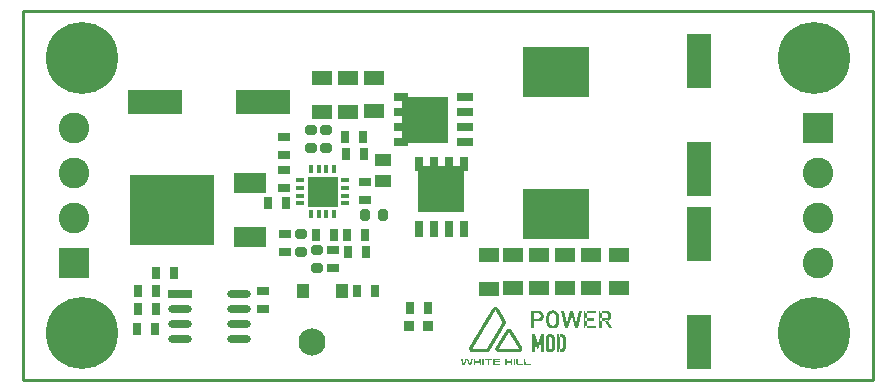
<source format=gts>
G04*
G04 #@! TF.GenerationSoftware,Altium Limited,Altium Designer,19.0.14 (431)*
G04*
G04 Layer_Color=8388736*
%FSLAX25Y25*%
%MOIN*%
G70*
G01*
G75*
%ADD10C,0.01000*%
%ADD11R,0.03156X0.03943*%
%ADD12R,0.07900X0.02800*%
%ADD13O,0.07900X0.02800*%
%ADD14R,0.27959X0.23235*%
%ADD15R,0.10636X0.06699*%
%ADD16R,0.03550X0.03550*%
%ADD17R,0.10046X0.10046*%
%ADD18R,0.01384X0.02762*%
%ADD19R,0.02762X0.01384*%
%ADD20R,0.15794X0.15400*%
%ADD21R,0.02802X0.04731*%
%ADD22R,0.02802X0.05400*%
%ADD23R,0.03943X0.03156*%
%ADD24R,0.07093X0.04731*%
%ADD25R,0.08400X0.17900*%
%ADD26R,0.03943X0.05124*%
G04:AMPARAMS|DCode=27|XSize=39.43mil|YSize=31.56mil|CornerRadius=6.13mil|HoleSize=0mil|Usage=FLASHONLY|Rotation=0.000|XOffset=0mil|YOffset=0mil|HoleType=Round|Shape=RoundedRectangle|*
%AMROUNDEDRECTD27*
21,1,0.03943,0.01929,0,0,0.0*
21,1,0.02717,0.03156,0,0,0.0*
1,1,0.01227,0.01358,-0.00965*
1,1,0.01227,-0.01358,-0.00965*
1,1,0.01227,-0.01358,0.00965*
1,1,0.01227,0.01358,0.00965*
%
%ADD27ROUNDEDRECTD27*%
%ADD28R,0.22054X0.16935*%
%ADD29R,0.05518X0.04337*%
%ADD30R,0.17900X0.08400*%
%ADD31R,0.05400X0.02802*%
%ADD32R,0.04731X0.02802*%
%ADD33R,0.15400X0.15794*%
G04:AMPARAMS|DCode=34|XSize=39.43mil|YSize=31.56mil|CornerRadius=6.13mil|HoleSize=0mil|Usage=FLASHONLY|Rotation=90.000|XOffset=0mil|YOffset=0mil|HoleType=Round|Shape=RoundedRectangle|*
%AMROUNDEDRECTD34*
21,1,0.03943,0.01929,0,0,90.0*
21,1,0.02717,0.03156,0,0,90.0*
1,1,0.01227,0.00965,0.01358*
1,1,0.01227,0.00965,-0.01358*
1,1,0.01227,-0.00965,-0.01358*
1,1,0.01227,-0.00965,0.01358*
%
%ADD34ROUNDEDRECTD34*%
%ADD35C,0.10243*%
%ADD36R,0.10243X0.10243*%
%ADD37C,0.24022*%
%ADD38C,0.09061*%
G36*
X162174Y17100D02*
X162408D01*
Y17053D01*
X162502D01*
Y17007D01*
X162596D01*
Y16960D01*
X162643D01*
Y16913D01*
X162690D01*
Y16866D01*
X162736D01*
Y16819D01*
X162783D01*
Y16772D01*
X162830D01*
Y16725D01*
X162877D01*
Y16679D01*
X162924D01*
Y16632D01*
X162971D01*
Y16585D01*
Y16538D01*
X163018D01*
Y16491D01*
X163065D01*
Y16444D01*
Y16397D01*
X163111D01*
Y16350D01*
X163158D01*
Y16304D01*
Y16257D01*
X163205D01*
Y16210D01*
X163252D01*
Y16163D01*
Y16116D01*
X163299D01*
Y16069D01*
X163346D01*
Y16022D01*
Y15976D01*
X163393D01*
Y15929D01*
X163440D01*
Y15882D01*
Y15835D01*
X163486D01*
Y15788D01*
Y15741D01*
X163533D01*
Y15694D01*
X163580D01*
Y15647D01*
Y15600D01*
X163627D01*
Y15554D01*
X163674D01*
Y15507D01*
Y15460D01*
X163721D01*
Y15413D01*
Y15366D01*
X163768D01*
Y15319D01*
X163814D01*
Y15272D01*
Y15226D01*
X163861D01*
Y15179D01*
Y15132D01*
X163908D01*
Y15085D01*
X163955D01*
Y15038D01*
Y14991D01*
X164002D01*
Y14944D01*
X164049D01*
Y14897D01*
Y14851D01*
X164096D01*
Y14804D01*
Y14757D01*
X164143D01*
Y14710D01*
X164190D01*
Y14663D01*
Y14616D01*
X164236D01*
Y14569D01*
Y14523D01*
X164283D01*
Y14476D01*
X164330D01*
Y14429D01*
Y14382D01*
X164377D01*
Y14335D01*
Y14288D01*
X164424D01*
Y14241D01*
X164471D01*
Y14194D01*
Y14148D01*
X164518D01*
Y14101D01*
Y14054D01*
X164565D01*
Y14007D01*
X164611D01*
Y13960D01*
Y13913D01*
X164658D01*
Y13866D01*
Y13819D01*
X164705D01*
Y13773D01*
X164752D01*
Y13726D01*
Y13679D01*
X164799D01*
Y13632D01*
Y13585D01*
X164846D01*
Y13538D01*
X164892D01*
Y13491D01*
Y13444D01*
X164939D01*
Y13398D01*
Y13351D01*
X164986D01*
Y13304D01*
X165033D01*
Y13257D01*
Y13210D01*
X165080D01*
Y13163D01*
X165127D01*
Y13116D01*
Y13070D01*
X165174D01*
Y13023D01*
Y12976D01*
X165221D01*
Y12929D01*
X165268D01*
Y12882D01*
Y12835D01*
X165314D01*
Y12788D01*
Y12742D01*
X165361D01*
Y12695D01*
X165408D01*
Y12648D01*
Y12601D01*
X165455D01*
Y12554D01*
Y12507D01*
X165502D01*
Y12460D01*
X165549D01*
Y12413D01*
Y12366D01*
X165596D01*
Y12320D01*
Y12273D01*
X165642D01*
Y12226D01*
X165689D01*
Y12179D01*
Y12132D01*
X165736D01*
Y12085D01*
Y12038D01*
X165783D01*
Y11992D01*
X165830D01*
Y11945D01*
Y11898D01*
X165877D01*
Y11851D01*
Y11804D01*
X165924D01*
Y11757D01*
X165971D01*
Y11710D01*
Y11664D01*
X166017D01*
Y11617D01*
Y11570D01*
X166064D01*
Y11523D01*
X166111D01*
Y11476D01*
Y11429D01*
X166158D01*
Y11382D01*
Y11335D01*
X166205D01*
Y11288D01*
Y11242D01*
X166252D01*
Y11195D01*
X166299D01*
Y11148D01*
Y11101D01*
X166346D01*
Y11054D01*
Y11007D01*
X166392D01*
Y10960D01*
Y10914D01*
X166439D01*
Y10867D01*
Y10820D01*
X166486D01*
Y10773D01*
Y10726D01*
X166533D01*
Y10679D01*
Y10632D01*
Y10586D01*
Y10539D01*
Y10492D01*
Y10445D01*
Y10398D01*
Y10351D01*
Y10304D01*
Y10257D01*
Y10210D01*
Y10164D01*
X166486D01*
Y10117D01*
Y10070D01*
Y10023D01*
X166439D01*
Y9976D01*
Y9929D01*
X166392D01*
Y9882D01*
Y9836D01*
X166346D01*
Y9789D01*
X166299D01*
Y9742D01*
X166252D01*
Y9695D01*
Y9648D01*
X166205D01*
Y9601D01*
X166111D01*
Y9554D01*
X166064D01*
Y9507D01*
X166017D01*
Y9461D01*
X165924D01*
Y9414D01*
X165877D01*
Y9367D01*
X164002D01*
Y9320D01*
X158846D01*
Y9367D01*
X158284D01*
Y9414D01*
X158143D01*
Y9461D01*
X158050D01*
Y9507D01*
X158003D01*
Y9554D01*
X157909D01*
Y9601D01*
X157862D01*
Y9648D01*
X157815D01*
Y9695D01*
Y9742D01*
X157768D01*
Y9789D01*
X157721D01*
Y9836D01*
X157675D01*
Y9882D01*
Y9929D01*
X157628D01*
Y9976D01*
Y10023D01*
X157581D01*
Y10070D01*
Y10117D01*
Y10164D01*
X157534D01*
Y10210D01*
Y10257D01*
Y10304D01*
Y10351D01*
Y10398D01*
Y10445D01*
Y10492D01*
Y10539D01*
Y10586D01*
Y10632D01*
Y10679D01*
X157581D01*
Y10726D01*
Y10773D01*
X157628D01*
Y10820D01*
Y10867D01*
X157675D01*
Y10914D01*
Y10960D01*
X157721D01*
Y11007D01*
Y11054D01*
X157768D01*
Y11101D01*
Y11148D01*
X157815D01*
Y11195D01*
X157862D01*
Y11242D01*
Y11288D01*
X157909D01*
Y11335D01*
Y11382D01*
X157956D01*
Y11429D01*
Y11476D01*
X158003D01*
Y11523D01*
X158050D01*
Y11570D01*
Y11617D01*
X158096D01*
Y11664D01*
Y11710D01*
X158143D01*
Y11757D01*
Y11804D01*
X158190D01*
Y11851D01*
X158237D01*
Y11898D01*
Y11945D01*
X158284D01*
Y11992D01*
Y12038D01*
X158331D01*
Y12085D01*
X158378D01*
Y12132D01*
Y12179D01*
X158424D01*
Y12226D01*
Y12273D01*
X158471D01*
Y12320D01*
Y12366D01*
X158518D01*
Y12413D01*
X158565D01*
Y12460D01*
Y12507D01*
X158612D01*
Y12554D01*
Y12601D01*
X158659D01*
Y12648D01*
X158706D01*
Y12695D01*
Y12742D01*
X158753D01*
Y12788D01*
Y12835D01*
X158800D01*
Y12882D01*
X158846D01*
Y12929D01*
Y12976D01*
X158893D01*
Y13023D01*
Y13070D01*
X158940D01*
Y13116D01*
X158987D01*
Y13163D01*
Y13210D01*
X159034D01*
Y13257D01*
Y13304D01*
X159081D01*
Y13351D01*
X159128D01*
Y13398D01*
Y13444D01*
X159174D01*
Y13491D01*
Y13538D01*
X159221D01*
Y13585D01*
X159268D01*
Y13632D01*
Y13679D01*
X159315D01*
Y13726D01*
Y13773D01*
X159362D01*
Y13819D01*
X159409D01*
Y13866D01*
Y13913D01*
X159456D01*
Y13960D01*
Y14007D01*
X159502D01*
Y14054D01*
X159549D01*
Y14101D01*
Y14148D01*
X159596D01*
Y14194D01*
X159643D01*
Y14241D01*
Y14288D01*
X159690D01*
Y14335D01*
Y14382D01*
X159737D01*
Y14429D01*
X159784D01*
Y14476D01*
Y14523D01*
X159831D01*
Y14569D01*
Y14616D01*
X159878D01*
Y14663D01*
X159924D01*
Y14710D01*
Y14757D01*
X159971D01*
Y14804D01*
X160018D01*
Y14851D01*
Y14897D01*
X160065D01*
Y14944D01*
Y14991D01*
X160112D01*
Y15038D01*
X160159D01*
Y15085D01*
Y15132D01*
X160206D01*
Y15179D01*
X160252D01*
Y15226D01*
Y15272D01*
X160299D01*
Y15319D01*
Y15366D01*
X160346D01*
Y15413D01*
X160393D01*
Y15460D01*
Y15507D01*
X160440D01*
Y15554D01*
X160487D01*
Y15600D01*
Y15647D01*
X160534D01*
Y15694D01*
Y15741D01*
X160581D01*
Y15788D01*
X160627D01*
Y15835D01*
Y15882D01*
X160674D01*
Y15929D01*
X160721D01*
Y15976D01*
Y16022D01*
X160768D01*
Y16069D01*
X160815D01*
Y16116D01*
Y16163D01*
X160862D01*
Y16210D01*
X160909D01*
Y16257D01*
Y16304D01*
X160956D01*
Y16350D01*
Y16397D01*
X161002D01*
Y16444D01*
X161049D01*
Y16491D01*
Y16538D01*
X161096D01*
Y16585D01*
X161143D01*
Y16632D01*
Y16679D01*
X161190D01*
Y16725D01*
X161237D01*
Y16772D01*
X161284D01*
Y16819D01*
Y16866D01*
X161330D01*
Y16913D01*
X161377D01*
Y16960D01*
X161471D01*
Y17007D01*
X161565D01*
Y17053D01*
X161705D01*
Y17100D01*
X161940D01*
Y17147D01*
X162174D01*
Y17100D01*
D02*
G37*
G36*
X157581Y24365D02*
X157815D01*
Y24318D01*
X157956D01*
Y24271D01*
X158096D01*
Y24225D01*
X158143D01*
Y24178D01*
X158237D01*
Y24131D01*
X158284D01*
Y24084D01*
X158331D01*
Y24037D01*
X158378D01*
Y23990D01*
X158424D01*
Y23943D01*
Y23896D01*
X158471D01*
Y23850D01*
X158518D01*
Y23803D01*
Y23756D01*
X158565D01*
Y23709D01*
X158612D01*
Y23662D01*
Y23615D01*
X158659D01*
Y23568D01*
X158706D01*
Y23521D01*
X158753D01*
Y23475D01*
Y23428D01*
X158800D01*
Y23381D01*
Y23334D01*
X158846D01*
Y23287D01*
X158893D01*
Y23240D01*
Y23193D01*
X158940D01*
Y23146D01*
X158987D01*
Y23100D01*
Y23053D01*
X159034D01*
Y23006D01*
Y22959D01*
X159081D01*
Y22912D01*
X159128D01*
Y22865D01*
Y22818D01*
X159174D01*
Y22772D01*
X159221D01*
Y22725D01*
Y22678D01*
X159268D01*
Y22631D01*
Y22584D01*
X159315D01*
Y22537D01*
X159362D01*
Y22490D01*
Y22444D01*
X159409D01*
Y22397D01*
Y22350D01*
X159456D01*
Y22303D01*
X159502D01*
Y22256D01*
Y22209D01*
X159549D01*
Y22162D01*
X159596D01*
Y22115D01*
Y22069D01*
X159643D01*
Y22022D01*
Y21975D01*
X159690D01*
Y21928D01*
X159737D01*
Y21881D01*
Y21834D01*
X159784D01*
Y21787D01*
Y21740D01*
X159831D01*
Y21694D01*
X159878D01*
Y21647D01*
Y21600D01*
X159924D01*
Y21553D01*
Y21506D01*
X159971D01*
Y21459D01*
X160018D01*
Y21412D01*
Y21365D01*
X160065D01*
Y21319D01*
Y21272D01*
X160112D01*
Y21225D01*
X160159D01*
Y21178D01*
Y21131D01*
X160206D01*
Y21084D01*
Y21037D01*
X160252D01*
Y20990D01*
Y20944D01*
X160299D01*
Y20897D01*
X160346D01*
Y20850D01*
Y20803D01*
X160393D01*
Y20756D01*
Y20709D01*
X160440D01*
Y20662D01*
X160487D01*
Y20616D01*
Y20569D01*
X160534D01*
Y20522D01*
Y20475D01*
X160581D01*
Y20428D01*
Y20381D01*
X160627D01*
Y20334D01*
Y20288D01*
X160674D01*
Y20241D01*
X160721D01*
Y20194D01*
Y20147D01*
X160768D01*
Y20100D01*
Y20053D01*
X160815D01*
Y20006D01*
Y19959D01*
X160862D01*
Y19913D01*
Y19866D01*
X160909D01*
Y19819D01*
Y19772D01*
X160956D01*
Y19725D01*
Y19678D01*
Y19631D01*
X161002D01*
Y19584D01*
Y19538D01*
X161049D01*
Y19491D01*
Y19444D01*
Y19397D01*
Y19350D01*
Y19303D01*
Y19256D01*
Y19209D01*
Y19163D01*
Y19116D01*
Y19069D01*
Y19022D01*
X161002D01*
Y18975D01*
Y18928D01*
X160956D01*
Y18881D01*
Y18835D01*
X160909D01*
Y18788D01*
Y18741D01*
X160862D01*
Y18694D01*
Y18647D01*
X160815D01*
Y18600D01*
Y18553D01*
X160768D01*
Y18506D01*
X160721D01*
Y18460D01*
Y18413D01*
X160674D01*
Y18366D01*
Y18319D01*
X160627D01*
Y18272D01*
Y18225D01*
X160581D01*
Y18178D01*
X160534D01*
Y18132D01*
Y18085D01*
X160487D01*
Y18038D01*
Y17991D01*
X160440D01*
Y17944D01*
X160393D01*
Y17897D01*
Y17850D01*
X160346D01*
Y17803D01*
Y17756D01*
X160299D01*
Y17710D01*
Y17663D01*
X160252D01*
Y17616D01*
X160206D01*
Y17569D01*
Y17522D01*
X160159D01*
Y17475D01*
Y17428D01*
X160112D01*
Y17382D01*
Y17335D01*
X160065D01*
Y17288D01*
X160018D01*
Y17241D01*
Y17194D01*
X159971D01*
Y17147D01*
Y17100D01*
X159924D01*
Y17053D01*
X159878D01*
Y17007D01*
Y16960D01*
X159831D01*
Y16913D01*
Y16866D01*
X159784D01*
Y16819D01*
X159737D01*
Y16772D01*
Y16725D01*
X159690D01*
Y16679D01*
Y16632D01*
X159643D01*
Y16585D01*
Y16538D01*
X159596D01*
Y16491D01*
X159549D01*
Y16444D01*
Y16397D01*
X159502D01*
Y16350D01*
Y16304D01*
X159456D01*
Y16257D01*
X159409D01*
Y16210D01*
Y16163D01*
X159362D01*
Y16116D01*
Y16069D01*
X159315D01*
Y16022D01*
Y15976D01*
X159268D01*
Y15929D01*
X159221D01*
Y15882D01*
Y15835D01*
X159174D01*
Y15788D01*
Y15741D01*
X159128D01*
Y15694D01*
X159081D01*
Y15647D01*
Y15600D01*
X159034D01*
Y15554D01*
Y15507D01*
X158987D01*
Y15460D01*
X158940D01*
Y15413D01*
Y15366D01*
X158893D01*
Y15319D01*
Y15272D01*
X158846D01*
Y15226D01*
Y15179D01*
X158800D01*
Y15132D01*
X158753D01*
Y15085D01*
Y15038D01*
X158706D01*
Y14991D01*
Y14944D01*
X158659D01*
Y14897D01*
X158612D01*
Y14851D01*
Y14804D01*
X158565D01*
Y14757D01*
Y14710D01*
X158518D01*
Y14663D01*
X158471D01*
Y14616D01*
Y14569D01*
X158424D01*
Y14523D01*
Y14476D01*
X158378D01*
Y14429D01*
Y14382D01*
X158331D01*
Y14335D01*
X158284D01*
Y14288D01*
Y14241D01*
X158237D01*
Y14194D01*
Y14148D01*
X158190D01*
Y14101D01*
X158143D01*
Y14054D01*
Y14007D01*
X158096D01*
Y13960D01*
Y13913D01*
X158050D01*
Y13866D01*
X158003D01*
Y13819D01*
Y13773D01*
X157956D01*
Y13726D01*
Y13679D01*
X157909D01*
Y13632D01*
X157862D01*
Y13585D01*
Y13538D01*
X157815D01*
Y13491D01*
Y13444D01*
X157768D01*
Y13398D01*
X157721D01*
Y13351D01*
Y13304D01*
X157675D01*
Y13257D01*
Y13210D01*
X157628D01*
Y13163D01*
Y13116D01*
X157581D01*
Y13070D01*
X157534D01*
Y13023D01*
Y12976D01*
X157487D01*
Y12929D01*
Y12882D01*
X157440D01*
Y12835D01*
X157393D01*
Y12788D01*
Y12742D01*
X157346D01*
Y12695D01*
Y12648D01*
X157300D01*
Y12601D01*
X157253D01*
Y12554D01*
Y12507D01*
X157206D01*
Y12460D01*
Y12413D01*
X157159D01*
Y12366D01*
X157112D01*
Y12320D01*
Y12273D01*
X157065D01*
Y12226D01*
Y12179D01*
X157018D01*
Y12132D01*
X156972D01*
Y12085D01*
Y12038D01*
X156925D01*
Y11992D01*
Y11945D01*
X156878D01*
Y11898D01*
X156831D01*
Y11851D01*
Y11804D01*
X156784D01*
Y11757D01*
Y11710D01*
X156737D01*
Y11664D01*
X156690D01*
Y11617D01*
Y11570D01*
X156643D01*
Y11523D01*
Y11476D01*
X156597D01*
Y11429D01*
X156550D01*
Y11382D01*
Y11335D01*
X156503D01*
Y11288D01*
Y11242D01*
X156456D01*
Y11195D01*
X156409D01*
Y11148D01*
Y11101D01*
X156362D01*
Y11054D01*
Y11007D01*
X156315D01*
Y10960D01*
X156269D01*
Y10914D01*
Y10867D01*
X156222D01*
Y10820D01*
Y10773D01*
X156175D01*
Y10726D01*
X156128D01*
Y10679D01*
Y10632D01*
X156081D01*
Y10586D01*
Y10539D01*
X156034D01*
Y10492D01*
X155987D01*
Y10445D01*
Y10398D01*
X155940D01*
Y10351D01*
Y10304D01*
X155894D01*
Y10257D01*
X155847D01*
Y10210D01*
Y10164D01*
X155800D01*
Y10117D01*
X155753D01*
Y10070D01*
Y10023D01*
X155706D01*
Y9976D01*
Y9929D01*
X155659D01*
Y9882D01*
X155612D01*
Y9836D01*
Y9789D01*
X155566D01*
Y9742D01*
X155519D01*
Y9695D01*
X155472D01*
Y9648D01*
X155425D01*
Y9601D01*
X155378D01*
Y9554D01*
X155284D01*
Y9507D01*
X155237D01*
Y9461D01*
X155144D01*
Y9414D01*
X155003D01*
Y9367D01*
X154628D01*
Y9320D01*
X149707D01*
Y9367D01*
X149519D01*
Y9414D01*
X149426D01*
Y9461D01*
X149332D01*
Y9507D01*
X149238D01*
Y9554D01*
X149191D01*
Y9601D01*
X149144D01*
Y9648D01*
X149098D01*
Y9695D01*
X149051D01*
Y9742D01*
X149004D01*
Y9789D01*
Y9836D01*
X148957D01*
Y9882D01*
Y9929D01*
X148910D01*
Y9976D01*
Y10023D01*
X148863D01*
Y10070D01*
Y10117D01*
Y10164D01*
X148816D01*
Y10210D01*
Y10257D01*
Y10304D01*
Y10351D01*
Y10398D01*
Y10445D01*
Y10492D01*
Y10539D01*
X148769D01*
Y10586D01*
Y10632D01*
Y10679D01*
Y10726D01*
X148816D01*
Y10773D01*
Y10820D01*
Y10867D01*
Y10914D01*
X148863D01*
Y10960D01*
Y11007D01*
X148910D01*
Y11054D01*
Y11101D01*
X148957D01*
Y11148D01*
Y11195D01*
X149004D01*
Y11242D01*
Y11288D01*
X149051D01*
Y11335D01*
Y11382D01*
X149098D01*
Y11429D01*
X149144D01*
Y11476D01*
Y11523D01*
X149191D01*
Y11570D01*
Y11617D01*
X149238D01*
Y11664D01*
X149285D01*
Y11710D01*
Y11757D01*
X149332D01*
Y11804D01*
Y11851D01*
X149379D01*
Y11898D01*
X149426D01*
Y11945D01*
Y11992D01*
X149472D01*
Y12038D01*
Y12085D01*
X149519D01*
Y12132D01*
Y12179D01*
X149566D01*
Y12226D01*
X149613D01*
Y12273D01*
Y12320D01*
X149660D01*
Y12366D01*
Y12413D01*
X149707D01*
Y12460D01*
X149754D01*
Y12507D01*
Y12554D01*
X149801D01*
Y12601D01*
Y12648D01*
X149847D01*
Y12695D01*
X149894D01*
Y12742D01*
Y12788D01*
X149941D01*
Y12835D01*
Y12882D01*
X149988D01*
Y12929D01*
X150035D01*
Y12976D01*
Y13023D01*
X150082D01*
Y13070D01*
Y13116D01*
X150129D01*
Y13163D01*
X150175D01*
Y13210D01*
Y13257D01*
X150222D01*
Y13304D01*
Y13351D01*
X150269D01*
Y13398D01*
Y13444D01*
X150316D01*
Y13491D01*
X150363D01*
Y13538D01*
Y13585D01*
X150410D01*
Y13632D01*
Y13679D01*
X150457D01*
Y13726D01*
X150504D01*
Y13773D01*
Y13819D01*
X150550D01*
Y13866D01*
Y13913D01*
X150597D01*
Y13960D01*
X150644D01*
Y14007D01*
Y14054D01*
X150691D01*
Y14101D01*
Y14148D01*
X150738D01*
Y14194D01*
X150785D01*
Y14241D01*
Y14288D01*
X150832D01*
Y14335D01*
Y14382D01*
X150879D01*
Y14429D01*
X150925D01*
Y14476D01*
Y14523D01*
X150972D01*
Y14569D01*
Y14616D01*
X151019D01*
Y14663D01*
X151066D01*
Y14710D01*
Y14757D01*
X151113D01*
Y14804D01*
Y14851D01*
X151160D01*
Y14897D01*
Y14944D01*
X151207D01*
Y14991D01*
X151253D01*
Y15038D01*
Y15085D01*
X151300D01*
Y15132D01*
Y15179D01*
X151347D01*
Y15226D01*
X151394D01*
Y15272D01*
Y15319D01*
X151441D01*
Y15366D01*
Y15413D01*
X151488D01*
Y15460D01*
X151535D01*
Y15507D01*
Y15554D01*
X151582D01*
Y15600D01*
Y15647D01*
X151628D01*
Y15694D01*
X151675D01*
Y15741D01*
Y15788D01*
X151722D01*
Y15835D01*
Y15882D01*
X151769D01*
Y15929D01*
X151816D01*
Y15976D01*
Y16022D01*
X151863D01*
Y16069D01*
Y16116D01*
X151910D01*
Y16163D01*
X151956D01*
Y16210D01*
Y16257D01*
X152003D01*
Y16304D01*
Y16350D01*
X152050D01*
Y16397D01*
Y16444D01*
X152097D01*
Y16491D01*
X152144D01*
Y16538D01*
Y16585D01*
X152191D01*
Y16632D01*
Y16679D01*
X152238D01*
Y16725D01*
X152285D01*
Y16772D01*
Y16819D01*
X152331D01*
Y16866D01*
Y16913D01*
X152378D01*
Y16960D01*
X152425D01*
Y17007D01*
Y17053D01*
X152472D01*
Y17100D01*
Y17147D01*
X152519D01*
Y17194D01*
X152566D01*
Y17241D01*
Y17288D01*
X152613D01*
Y17335D01*
Y17382D01*
X152660D01*
Y17428D01*
X152706D01*
Y17475D01*
Y17522D01*
X152753D01*
Y17569D01*
Y17616D01*
X152800D01*
Y17663D01*
X152847D01*
Y17710D01*
Y17756D01*
X152894D01*
Y17803D01*
Y17850D01*
X152941D01*
Y17897D01*
X152988D01*
Y17944D01*
Y17991D01*
X153034D01*
Y18038D01*
Y18085D01*
X153081D01*
Y18132D01*
X153128D01*
Y18178D01*
Y18225D01*
X153175D01*
Y18272D01*
Y18319D01*
X153222D01*
Y18366D01*
Y18413D01*
X153269D01*
Y18460D01*
X153316D01*
Y18506D01*
Y18553D01*
X153363D01*
Y18600D01*
Y18647D01*
X153410D01*
Y18694D01*
X153456D01*
Y18741D01*
Y18788D01*
X153503D01*
Y18835D01*
Y18881D01*
X153550D01*
Y18928D01*
X153597D01*
Y18975D01*
Y19022D01*
X153644D01*
Y19069D01*
Y19116D01*
X153691D01*
Y19163D01*
X153738D01*
Y19209D01*
Y19256D01*
X153784D01*
Y19303D01*
Y19350D01*
X153831D01*
Y19397D01*
X153878D01*
Y19444D01*
Y19491D01*
X153925D01*
Y19538D01*
Y19584D01*
X153972D01*
Y19631D01*
X154019D01*
Y19678D01*
Y19725D01*
X154066D01*
Y19772D01*
Y19819D01*
X154113D01*
Y19866D01*
X154159D01*
Y19913D01*
Y19959D01*
X154206D01*
Y20006D01*
Y20053D01*
X154253D01*
Y20100D01*
X154300D01*
Y20147D01*
Y20194D01*
X154347D01*
Y20241D01*
Y20288D01*
X154394D01*
Y20334D01*
X154441D01*
Y20381D01*
Y20428D01*
X154488D01*
Y20475D01*
Y20522D01*
X154534D01*
Y20569D01*
X154581D01*
Y20616D01*
Y20662D01*
X154628D01*
Y20709D01*
Y20756D01*
X154675D01*
Y20803D01*
X154722D01*
Y20850D01*
Y20897D01*
X154769D01*
Y20944D01*
Y20990D01*
X154816D01*
Y21037D01*
X154862D01*
Y21084D01*
Y21131D01*
X154909D01*
Y21178D01*
Y21225D01*
X154956D01*
Y21272D01*
X155003D01*
Y21319D01*
Y21365D01*
X155050D01*
Y21412D01*
X155097D01*
Y21459D01*
Y21506D01*
X155144D01*
Y21553D01*
Y21600D01*
X155191D01*
Y21647D01*
X155237D01*
Y21694D01*
Y21740D01*
X155284D01*
Y21787D01*
Y21834D01*
X155331D01*
Y21881D01*
X155378D01*
Y21928D01*
Y21975D01*
X155425D01*
Y22022D01*
Y22069D01*
X155472D01*
Y22115D01*
X155519D01*
Y22162D01*
Y22209D01*
X155566D01*
Y22256D01*
Y22303D01*
X155612D01*
Y22350D01*
X155659D01*
Y22397D01*
Y22444D01*
X155706D01*
Y22490D01*
X155753D01*
Y22537D01*
Y22584D01*
X155800D01*
Y22631D01*
Y22678D01*
X155847D01*
Y22725D01*
X155894D01*
Y22772D01*
Y22818D01*
X155940D01*
Y22865D01*
Y22912D01*
X155987D01*
Y22959D01*
X156034D01*
Y23006D01*
Y23053D01*
X156081D01*
Y23100D01*
X156128D01*
Y23146D01*
Y23193D01*
X156175D01*
Y23240D01*
Y23287D01*
X156222D01*
Y23334D01*
X156269D01*
Y23381D01*
Y23428D01*
X156315D01*
Y23475D01*
X156362D01*
Y23521D01*
Y23568D01*
X156409D01*
Y23615D01*
Y23662D01*
X156456D01*
Y23709D01*
X156503D01*
Y23756D01*
Y23803D01*
X156550D01*
Y23850D01*
X156597D01*
Y23896D01*
Y23943D01*
X156643D01*
Y23990D01*
X156690D01*
Y24037D01*
X156737D01*
Y24084D01*
X156784D01*
Y24131D01*
X156831D01*
Y24178D01*
X156925D01*
Y24225D01*
X156972D01*
Y24271D01*
X157065D01*
Y24318D01*
X157206D01*
Y24365D01*
X157487D01*
Y24412D01*
X157581D01*
Y24365D01*
D02*
G37*
G36*
X163158Y7164D02*
Y7117D01*
Y7070D01*
Y7023D01*
Y6977D01*
Y6930D01*
Y6883D01*
Y6836D01*
Y6789D01*
Y6742D01*
Y6695D01*
Y6648D01*
Y6602D01*
Y6555D01*
Y6508D01*
Y6461D01*
Y6414D01*
Y6367D01*
Y6320D01*
Y6273D01*
Y6227D01*
Y6180D01*
Y6133D01*
Y6086D01*
Y6039D01*
Y5992D01*
Y5945D01*
Y5898D01*
Y5852D01*
Y5805D01*
Y5758D01*
Y5711D01*
Y5664D01*
Y5617D01*
Y5570D01*
Y5524D01*
Y5477D01*
Y5430D01*
Y5383D01*
Y5336D01*
Y5289D01*
Y5242D01*
Y5195D01*
Y5149D01*
Y5102D01*
Y5055D01*
Y5008D01*
X162643D01*
Y5055D01*
Y5102D01*
Y5149D01*
Y5195D01*
Y5242D01*
Y5289D01*
Y5336D01*
Y5383D01*
Y5430D01*
Y5477D01*
Y5524D01*
Y5570D01*
Y5617D01*
Y5664D01*
Y5711D01*
Y5758D01*
Y5805D01*
Y5852D01*
X161237D01*
Y5805D01*
Y5758D01*
Y5711D01*
Y5664D01*
Y5617D01*
Y5570D01*
Y5524D01*
Y5477D01*
Y5430D01*
Y5383D01*
Y5336D01*
Y5289D01*
Y5242D01*
Y5195D01*
Y5149D01*
Y5102D01*
Y5055D01*
Y5008D01*
X160674D01*
Y5055D01*
Y5102D01*
Y5149D01*
Y5195D01*
Y5242D01*
Y5289D01*
Y5336D01*
Y5383D01*
Y5430D01*
Y5477D01*
Y5524D01*
Y5570D01*
Y5617D01*
Y5664D01*
Y5711D01*
Y5758D01*
Y5805D01*
Y5852D01*
Y5898D01*
Y5945D01*
Y5992D01*
Y6039D01*
Y6086D01*
Y6133D01*
Y6180D01*
Y6227D01*
Y6273D01*
Y6320D01*
Y6367D01*
Y6414D01*
X160721D01*
Y6461D01*
Y6508D01*
Y6555D01*
Y6602D01*
Y6648D01*
Y6695D01*
Y6742D01*
Y6789D01*
Y6836D01*
Y6883D01*
Y6930D01*
Y6977D01*
Y7023D01*
Y7070D01*
Y7117D01*
Y7164D01*
Y7211D01*
X161237D01*
Y7164D01*
Y7117D01*
Y7070D01*
Y7023D01*
Y6977D01*
Y6930D01*
Y6883D01*
Y6836D01*
Y6789D01*
Y6742D01*
Y6695D01*
Y6648D01*
Y6602D01*
Y6555D01*
Y6508D01*
Y6461D01*
Y6414D01*
Y6367D01*
X162643D01*
Y6414D01*
Y6461D01*
Y6508D01*
Y6555D01*
Y6602D01*
Y6648D01*
Y6695D01*
Y6742D01*
Y6789D01*
Y6836D01*
Y6883D01*
Y6930D01*
Y6977D01*
Y7023D01*
Y7070D01*
Y7117D01*
Y7164D01*
Y7211D01*
X163158D01*
Y7164D01*
D02*
G37*
G36*
X152706D02*
Y7117D01*
Y7070D01*
Y7023D01*
Y6977D01*
Y6930D01*
Y6883D01*
Y6836D01*
Y6789D01*
Y6742D01*
Y6695D01*
Y6648D01*
Y6602D01*
Y6555D01*
Y6508D01*
Y6461D01*
Y6414D01*
Y6367D01*
Y6320D01*
Y6273D01*
Y6227D01*
Y6180D01*
Y6133D01*
Y6086D01*
Y6039D01*
Y5992D01*
Y5945D01*
Y5898D01*
Y5852D01*
Y5805D01*
Y5758D01*
Y5711D01*
Y5664D01*
Y5617D01*
Y5570D01*
Y5524D01*
Y5477D01*
Y5430D01*
Y5383D01*
Y5336D01*
Y5289D01*
Y5242D01*
Y5195D01*
Y5149D01*
Y5102D01*
Y5055D01*
Y5008D01*
X152238D01*
Y5055D01*
Y5102D01*
Y5149D01*
Y5195D01*
Y5242D01*
Y5289D01*
Y5336D01*
Y5383D01*
Y5430D01*
Y5477D01*
Y5524D01*
Y5570D01*
Y5617D01*
Y5664D01*
Y5711D01*
Y5758D01*
Y5805D01*
Y5852D01*
X150832D01*
Y5805D01*
Y5758D01*
Y5711D01*
Y5664D01*
Y5617D01*
Y5570D01*
Y5524D01*
Y5477D01*
Y5430D01*
Y5383D01*
Y5336D01*
Y5289D01*
Y5242D01*
Y5195D01*
Y5149D01*
Y5102D01*
Y5055D01*
Y5008D01*
X150269D01*
Y5055D01*
Y5102D01*
Y5149D01*
Y5195D01*
Y5242D01*
Y5289D01*
Y5336D01*
Y5383D01*
Y5430D01*
Y5477D01*
Y5524D01*
Y5570D01*
Y5617D01*
Y5664D01*
Y5711D01*
Y5758D01*
Y5805D01*
Y5852D01*
Y5898D01*
Y5945D01*
Y5992D01*
Y6039D01*
Y6086D01*
Y6133D01*
Y6180D01*
Y6227D01*
Y6273D01*
Y6320D01*
Y6367D01*
Y6414D01*
Y6461D01*
Y6508D01*
Y6555D01*
Y6602D01*
Y6648D01*
Y6695D01*
Y6742D01*
Y6789D01*
Y6836D01*
Y6883D01*
Y6930D01*
Y6977D01*
Y7023D01*
Y7070D01*
Y7117D01*
Y7164D01*
Y7211D01*
X150832D01*
Y7164D01*
Y7117D01*
Y7070D01*
Y7023D01*
Y6977D01*
Y6930D01*
Y6883D01*
Y6836D01*
Y6789D01*
Y6742D01*
Y6695D01*
Y6648D01*
Y6602D01*
Y6555D01*
Y6508D01*
Y6461D01*
Y6414D01*
Y6367D01*
X151394D01*
Y6414D01*
X151582D01*
Y6367D01*
X152191D01*
Y6414D01*
Y6461D01*
Y6508D01*
Y6555D01*
Y6602D01*
Y6648D01*
Y6695D01*
Y6742D01*
Y6789D01*
Y6836D01*
Y6883D01*
Y6930D01*
Y6977D01*
Y7023D01*
Y7070D01*
Y7117D01*
Y7164D01*
Y7211D01*
X152706D01*
Y7164D01*
D02*
G37*
G36*
X149894D02*
X149941D01*
Y7117D01*
Y7070D01*
Y7023D01*
Y6977D01*
Y6930D01*
X149894D01*
Y6883D01*
Y6836D01*
Y6789D01*
Y6742D01*
Y6695D01*
Y6648D01*
X149847D01*
Y6602D01*
Y6555D01*
Y6508D01*
Y6461D01*
Y6414D01*
X149801D01*
Y6367D01*
Y6320D01*
Y6273D01*
Y6227D01*
Y6180D01*
X149754D01*
Y6133D01*
Y6086D01*
Y6039D01*
Y5992D01*
Y5945D01*
X149707D01*
Y5898D01*
Y5852D01*
Y5805D01*
Y5758D01*
Y5711D01*
X149660D01*
Y5664D01*
Y5617D01*
Y5570D01*
Y5524D01*
X149613D01*
Y5477D01*
Y5430D01*
Y5383D01*
Y5336D01*
X149566D01*
Y5289D01*
Y5242D01*
X149519D01*
Y5195D01*
X149472D01*
Y5149D01*
X149426D01*
Y5102D01*
X149379D01*
Y5055D01*
X149285D01*
Y5008D01*
X148816D01*
Y5055D01*
X148723D01*
Y5102D01*
X148676D01*
Y5149D01*
X148629D01*
Y5195D01*
X148582D01*
Y5242D01*
Y5289D01*
X148535D01*
Y5336D01*
Y5383D01*
X148488D01*
Y5430D01*
Y5477D01*
Y5524D01*
X148441D01*
Y5570D01*
Y5617D01*
Y5664D01*
X148394D01*
Y5711D01*
Y5758D01*
Y5805D01*
X148348D01*
Y5852D01*
Y5898D01*
Y5945D01*
Y5992D01*
X148301D01*
Y6039D01*
Y6086D01*
Y6133D01*
X148254D01*
Y6180D01*
Y6227D01*
Y6273D01*
Y6320D01*
X148207D01*
Y6367D01*
Y6414D01*
Y6461D01*
X148160D01*
Y6508D01*
Y6555D01*
Y6602D01*
X148113D01*
Y6648D01*
Y6695D01*
X148066D01*
Y6742D01*
X148020D01*
Y6789D01*
X147973D01*
Y6742D01*
X147926D01*
Y6695D01*
Y6648D01*
X147879D01*
Y6602D01*
Y6555D01*
Y6508D01*
Y6461D01*
X147832D01*
Y6414D01*
Y6367D01*
Y6320D01*
X147785D01*
Y6273D01*
Y6227D01*
Y6180D01*
Y6133D01*
X147738D01*
Y6086D01*
Y6039D01*
Y5992D01*
X147691D01*
Y5945D01*
Y5898D01*
Y5852D01*
X147644D01*
Y5805D01*
Y5758D01*
Y5711D01*
X147598D01*
Y5664D01*
Y5617D01*
Y5570D01*
X147551D01*
Y5524D01*
Y5477D01*
Y5430D01*
X147504D01*
Y5383D01*
Y5336D01*
X147457D01*
Y5289D01*
Y5242D01*
Y5195D01*
X147410D01*
Y5149D01*
X147363D01*
Y5102D01*
X147316D01*
Y5055D01*
X147176D01*
Y5008D01*
X146707D01*
Y5055D01*
X146613D01*
Y5102D01*
X146520D01*
Y5149D01*
X146473D01*
Y5195D01*
Y5242D01*
X146426D01*
Y5289D01*
Y5336D01*
X146379D01*
Y5383D01*
Y5430D01*
Y5477D01*
Y5524D01*
X146332D01*
Y5570D01*
Y5617D01*
Y5664D01*
Y5711D01*
Y5758D01*
Y5805D01*
X146285D01*
Y5852D01*
Y5898D01*
Y5945D01*
Y5992D01*
Y6039D01*
Y6086D01*
X146238D01*
Y6133D01*
Y6180D01*
Y6227D01*
Y6273D01*
Y6320D01*
Y6367D01*
X146192D01*
Y6414D01*
Y6461D01*
Y6508D01*
Y6555D01*
Y6602D01*
X146145D01*
Y6648D01*
Y6695D01*
Y6742D01*
Y6789D01*
Y6836D01*
Y6883D01*
X146098D01*
Y6930D01*
Y6977D01*
Y7023D01*
Y7070D01*
Y7117D01*
Y7164D01*
X146145D01*
Y7211D01*
X146473D01*
Y7164D01*
X146566D01*
Y7117D01*
X146613D01*
Y7070D01*
Y7023D01*
Y6977D01*
X146660D01*
Y6930D01*
Y6883D01*
Y6836D01*
Y6789D01*
Y6742D01*
X146707D01*
Y6695D01*
Y6648D01*
Y6602D01*
Y6555D01*
Y6508D01*
Y6461D01*
Y6414D01*
X146754D01*
Y6367D01*
Y6320D01*
Y6273D01*
Y6227D01*
Y6180D01*
Y6133D01*
X146801D01*
Y6086D01*
Y6039D01*
Y5992D01*
Y5945D01*
Y5898D01*
Y5852D01*
X146848D01*
Y5805D01*
Y5758D01*
Y5711D01*
Y5664D01*
X146895D01*
Y5617D01*
Y5570D01*
Y5524D01*
X147035D01*
Y5570D01*
X147082D01*
Y5617D01*
Y5664D01*
Y5711D01*
X147129D01*
Y5758D01*
Y5805D01*
X147176D01*
Y5852D01*
Y5898D01*
Y5945D01*
X147223D01*
Y5992D01*
Y6039D01*
Y6086D01*
Y6133D01*
X147270D01*
Y6180D01*
Y6227D01*
Y6273D01*
X147316D01*
Y6320D01*
Y6367D01*
Y6414D01*
X147363D01*
Y6461D01*
Y6508D01*
Y6555D01*
Y6602D01*
X147410D01*
Y6648D01*
Y6695D01*
Y6742D01*
X147457D01*
Y6789D01*
Y6836D01*
X147504D01*
Y6883D01*
Y6930D01*
X147551D01*
Y6977D01*
Y7023D01*
X147598D01*
Y7070D01*
X147644D01*
Y7117D01*
X147691D01*
Y7164D01*
X147879D01*
Y7211D01*
X148160D01*
Y7164D01*
X148301D01*
Y7117D01*
X148394D01*
Y7070D01*
X148441D01*
Y7023D01*
Y6977D01*
X148488D01*
Y6930D01*
X148535D01*
Y6883D01*
Y6836D01*
Y6789D01*
X148582D01*
Y6742D01*
Y6695D01*
X148629D01*
Y6648D01*
Y6602D01*
Y6555D01*
X148676D01*
Y6508D01*
Y6461D01*
Y6414D01*
Y6367D01*
X148723D01*
Y6320D01*
Y6273D01*
Y6227D01*
X148769D01*
Y6180D01*
Y6133D01*
Y6086D01*
Y6039D01*
X148816D01*
Y5992D01*
Y5945D01*
Y5898D01*
Y5852D01*
X148863D01*
Y5805D01*
Y5758D01*
Y5711D01*
X148910D01*
Y5664D01*
Y5617D01*
Y5570D01*
X148957D01*
Y5524D01*
X149098D01*
Y5570D01*
X149144D01*
Y5617D01*
Y5664D01*
Y5711D01*
X149191D01*
Y5758D01*
Y5805D01*
Y5852D01*
Y5898D01*
X149238D01*
Y5945D01*
Y5992D01*
Y6039D01*
Y6086D01*
Y6133D01*
Y6180D01*
X149285D01*
Y6227D01*
Y6273D01*
Y6320D01*
Y6367D01*
Y6414D01*
Y6461D01*
X149332D01*
Y6508D01*
Y6555D01*
Y6602D01*
Y6648D01*
Y6695D01*
Y6742D01*
X149379D01*
Y6789D01*
Y6836D01*
Y6883D01*
Y6930D01*
Y6977D01*
X149426D01*
Y7023D01*
Y7070D01*
Y7117D01*
X149472D01*
Y7164D01*
X149519D01*
Y7211D01*
X149894D01*
Y7164D01*
D02*
G37*
G36*
X167517D02*
Y7117D01*
Y7070D01*
Y7023D01*
Y6977D01*
Y6930D01*
Y6883D01*
Y6836D01*
Y6789D01*
Y6742D01*
Y6695D01*
Y6648D01*
Y6602D01*
Y6555D01*
Y6508D01*
Y6461D01*
Y6414D01*
Y6367D01*
Y6320D01*
Y6273D01*
Y6227D01*
Y6180D01*
Y6133D01*
Y6086D01*
X167564D01*
Y6039D01*
Y5992D01*
Y5945D01*
Y5898D01*
Y5852D01*
Y5805D01*
Y5758D01*
Y5711D01*
Y5664D01*
Y5617D01*
Y5570D01*
Y5524D01*
X169298D01*
Y5477D01*
Y5430D01*
Y5383D01*
Y5336D01*
Y5289D01*
Y5242D01*
Y5195D01*
Y5149D01*
Y5102D01*
Y5055D01*
Y5008D01*
X168689D01*
Y5055D01*
X167423D01*
Y5102D01*
X167283D01*
Y5149D01*
X167189D01*
Y5195D01*
X167142D01*
Y5242D01*
X167095D01*
Y5289D01*
Y5336D01*
X167049D01*
Y5383D01*
Y5430D01*
Y5477D01*
Y5524D01*
Y5570D01*
Y5617D01*
X167002D01*
Y5664D01*
Y5711D01*
Y5758D01*
Y5805D01*
Y5852D01*
Y5898D01*
Y5945D01*
Y5992D01*
Y6039D01*
Y6086D01*
Y6133D01*
Y6180D01*
Y6227D01*
Y6273D01*
Y6320D01*
Y6367D01*
Y6414D01*
Y6461D01*
Y6508D01*
Y6555D01*
Y6602D01*
Y6648D01*
Y6695D01*
Y6742D01*
Y6789D01*
Y6836D01*
Y6883D01*
X166955D01*
Y6930D01*
Y6977D01*
Y7023D01*
Y7070D01*
Y7117D01*
Y7164D01*
Y7211D01*
X167517D01*
Y7164D01*
D02*
G37*
G36*
X164986D02*
Y7117D01*
Y7070D01*
Y7023D01*
Y6977D01*
Y6930D01*
Y6883D01*
Y6836D01*
Y6789D01*
Y6742D01*
Y6695D01*
Y6648D01*
Y6602D01*
Y6555D01*
Y6508D01*
Y6461D01*
Y6414D01*
Y6367D01*
Y6320D01*
Y6273D01*
Y6227D01*
Y6180D01*
Y6133D01*
Y6086D01*
Y6039D01*
Y5992D01*
Y5945D01*
Y5898D01*
Y5852D01*
Y5805D01*
X165033D01*
Y5758D01*
Y5711D01*
Y5664D01*
Y5617D01*
X165080D01*
Y5570D01*
X165174D01*
Y5524D01*
X166720D01*
Y5477D01*
Y5430D01*
Y5383D01*
Y5336D01*
Y5289D01*
Y5242D01*
Y5195D01*
Y5149D01*
Y5102D01*
Y5055D01*
Y5008D01*
X166205D01*
Y5055D01*
X164892D01*
Y5102D01*
X164752D01*
Y5149D01*
X164658D01*
Y5195D01*
X164611D01*
Y5242D01*
Y5289D01*
X164565D01*
Y5336D01*
Y5383D01*
Y5430D01*
Y5477D01*
Y5524D01*
X164518D01*
Y5570D01*
Y5617D01*
Y5664D01*
Y5711D01*
Y5758D01*
Y5805D01*
Y5852D01*
Y5898D01*
Y5945D01*
Y5992D01*
Y6039D01*
Y6086D01*
Y6133D01*
Y6180D01*
Y6227D01*
Y6273D01*
Y6320D01*
Y6367D01*
Y6414D01*
Y6461D01*
Y6508D01*
Y6555D01*
Y6602D01*
Y6648D01*
Y6695D01*
Y6742D01*
Y6789D01*
Y6836D01*
Y6883D01*
Y6930D01*
Y6977D01*
Y7023D01*
Y7070D01*
Y7117D01*
Y7164D01*
Y7211D01*
X164986D01*
Y7164D01*
D02*
G37*
G36*
X164096D02*
Y7117D01*
Y7070D01*
Y7023D01*
Y6977D01*
Y6930D01*
Y6883D01*
Y6836D01*
Y6789D01*
Y6742D01*
Y6695D01*
Y6648D01*
Y6602D01*
Y6555D01*
Y6508D01*
Y6461D01*
Y6414D01*
Y6367D01*
Y6320D01*
Y6273D01*
Y6227D01*
Y6180D01*
Y6133D01*
Y6086D01*
Y6039D01*
Y5992D01*
Y5945D01*
Y5898D01*
Y5852D01*
Y5805D01*
Y5758D01*
Y5711D01*
Y5664D01*
Y5617D01*
Y5570D01*
Y5524D01*
Y5477D01*
Y5430D01*
Y5383D01*
Y5336D01*
Y5289D01*
Y5242D01*
Y5195D01*
Y5149D01*
Y5102D01*
Y5055D01*
Y5008D01*
X163580D01*
Y5055D01*
Y5102D01*
Y5149D01*
Y5195D01*
Y5242D01*
Y5289D01*
Y5336D01*
Y5383D01*
Y5430D01*
Y5477D01*
Y5524D01*
Y5570D01*
Y5617D01*
Y5664D01*
Y5711D01*
Y5758D01*
Y5805D01*
Y5852D01*
Y5898D01*
Y5945D01*
Y5992D01*
Y6039D01*
Y6086D01*
Y6133D01*
Y6180D01*
Y6227D01*
Y6273D01*
Y6320D01*
Y6367D01*
Y6414D01*
Y6461D01*
Y6508D01*
Y6555D01*
Y6602D01*
Y6648D01*
Y6695D01*
Y6742D01*
Y6789D01*
Y6836D01*
Y6883D01*
Y6930D01*
Y6977D01*
Y7023D01*
Y7070D01*
Y7117D01*
Y7164D01*
Y7211D01*
X164096D01*
Y7164D01*
D02*
G37*
G36*
X158987D02*
Y7117D01*
Y7070D01*
Y7023D01*
Y6977D01*
Y6930D01*
Y6883D01*
Y6836D01*
Y6789D01*
Y6742D01*
Y6695D01*
Y6648D01*
X157253D01*
Y6602D01*
Y6555D01*
Y6508D01*
Y6461D01*
Y6414D01*
Y6367D01*
Y6320D01*
Y6273D01*
X158987D01*
Y6227D01*
Y6180D01*
Y6133D01*
Y6086D01*
Y6039D01*
Y5992D01*
Y5945D01*
X157253D01*
Y5898D01*
Y5852D01*
Y5805D01*
Y5758D01*
Y5711D01*
Y5664D01*
Y5617D01*
Y5570D01*
Y5524D01*
X158987D01*
Y5477D01*
Y5430D01*
Y5383D01*
Y5336D01*
Y5289D01*
Y5242D01*
Y5195D01*
Y5149D01*
Y5102D01*
Y5055D01*
Y5008D01*
X158471D01*
Y5055D01*
X156831D01*
Y5102D01*
Y5149D01*
Y5195D01*
X156784D01*
Y5242D01*
Y5289D01*
Y5336D01*
Y5383D01*
Y5430D01*
Y5477D01*
Y5524D01*
Y5570D01*
Y5617D01*
Y5664D01*
Y5711D01*
Y5758D01*
Y5805D01*
Y5852D01*
Y5898D01*
Y5945D01*
Y5992D01*
Y6039D01*
Y6086D01*
Y6133D01*
Y6180D01*
Y6227D01*
Y6273D01*
Y6320D01*
Y6367D01*
Y6414D01*
Y6461D01*
Y6508D01*
Y6555D01*
Y6602D01*
Y6648D01*
Y6695D01*
Y6742D01*
Y6789D01*
Y6836D01*
Y6883D01*
Y6930D01*
Y6977D01*
X156831D01*
Y7023D01*
Y7070D01*
X156878D01*
Y7117D01*
X156925D01*
Y7164D01*
X157581D01*
Y7211D01*
X158987D01*
Y7164D01*
D02*
G37*
G36*
X154675D02*
X156503D01*
Y7117D01*
X156456D01*
Y7070D01*
Y7023D01*
Y6977D01*
Y6930D01*
Y6883D01*
Y6836D01*
Y6789D01*
Y6742D01*
Y6695D01*
Y6648D01*
X155519D01*
Y6602D01*
Y6555D01*
Y6508D01*
Y6461D01*
Y6414D01*
Y6367D01*
Y6320D01*
Y6273D01*
Y6227D01*
Y6180D01*
Y6133D01*
Y6086D01*
Y6039D01*
Y5992D01*
Y5945D01*
Y5898D01*
Y5852D01*
Y5805D01*
Y5758D01*
Y5711D01*
Y5664D01*
Y5617D01*
Y5570D01*
Y5524D01*
Y5477D01*
Y5430D01*
Y5383D01*
Y5336D01*
Y5289D01*
Y5242D01*
Y5195D01*
Y5149D01*
Y5102D01*
Y5055D01*
Y5008D01*
X154956D01*
Y5055D01*
Y5102D01*
Y5149D01*
Y5195D01*
Y5242D01*
Y5289D01*
Y5336D01*
Y5383D01*
Y5430D01*
Y5477D01*
Y5524D01*
Y5570D01*
Y5617D01*
Y5664D01*
Y5711D01*
Y5758D01*
Y5805D01*
Y5852D01*
Y5898D01*
Y5945D01*
Y5992D01*
Y6039D01*
Y6086D01*
Y6133D01*
Y6180D01*
Y6227D01*
Y6273D01*
Y6320D01*
Y6367D01*
Y6414D01*
Y6461D01*
Y6508D01*
Y6555D01*
Y6602D01*
Y6648D01*
X153972D01*
Y6695D01*
Y6742D01*
Y6789D01*
Y6836D01*
Y6883D01*
Y6930D01*
Y6977D01*
Y7023D01*
Y7070D01*
Y7117D01*
Y7164D01*
Y7211D01*
X154675D01*
Y7164D01*
D02*
G37*
G36*
X153691D02*
Y7117D01*
Y7070D01*
Y7023D01*
Y6977D01*
Y6930D01*
Y6883D01*
Y6836D01*
Y6789D01*
Y6742D01*
Y6695D01*
Y6648D01*
Y6602D01*
Y6555D01*
Y6508D01*
Y6461D01*
Y6414D01*
Y6367D01*
Y6320D01*
Y6273D01*
Y6227D01*
Y6180D01*
Y6133D01*
Y6086D01*
Y6039D01*
Y5992D01*
Y5945D01*
Y5898D01*
Y5852D01*
Y5805D01*
Y5758D01*
Y5711D01*
Y5664D01*
Y5617D01*
Y5570D01*
Y5524D01*
Y5477D01*
Y5430D01*
Y5383D01*
Y5336D01*
Y5289D01*
Y5242D01*
Y5195D01*
Y5149D01*
Y5102D01*
Y5055D01*
Y5008D01*
X153128D01*
Y5055D01*
Y5102D01*
Y5149D01*
Y5195D01*
Y5242D01*
Y5289D01*
Y5336D01*
Y5383D01*
Y5430D01*
Y5477D01*
Y5524D01*
Y5570D01*
Y5617D01*
Y5664D01*
Y5711D01*
Y5758D01*
Y5805D01*
Y5852D01*
Y5898D01*
Y5945D01*
Y5992D01*
Y6039D01*
Y6086D01*
Y6133D01*
Y6180D01*
Y6227D01*
Y6273D01*
Y6320D01*
Y6367D01*
Y6414D01*
Y6461D01*
Y6508D01*
Y6555D01*
Y6602D01*
Y6648D01*
Y6695D01*
Y6742D01*
Y6789D01*
Y6836D01*
Y6883D01*
Y6930D01*
Y6977D01*
Y7023D01*
Y7070D01*
Y7117D01*
Y7164D01*
Y7211D01*
X153691D01*
Y7164D01*
D02*
G37*
G36*
X190962Y22279D02*
X188054D01*
Y23204D01*
X190962D01*
Y22279D01*
D02*
G37*
G36*
X194710Y23204D02*
X194835Y23187D01*
X194968Y23162D01*
X195118Y23120D01*
X195268Y23070D01*
X195410Y22995D01*
X195418D01*
X195426Y22987D01*
X195476Y22954D01*
X195543Y22904D01*
X195626Y22837D01*
X195726Y22754D01*
X195818Y22646D01*
X195918Y22521D01*
X196001Y22379D01*
Y22371D01*
X196010Y22362D01*
X196018Y22337D01*
X196035Y22312D01*
X196068Y22229D01*
X196109Y22121D01*
X196143Y21987D01*
X196176Y21829D01*
X196201Y21663D01*
X196210Y21471D01*
Y21463D01*
Y21446D01*
Y21421D01*
Y21388D01*
X196201Y21338D01*
Y21288D01*
X196185Y21163D01*
X196160Y21021D01*
X196118Y20863D01*
X196068Y20713D01*
X196001Y20555D01*
Y20546D01*
X195993Y20538D01*
X195960Y20488D01*
X195918Y20421D01*
X195851Y20330D01*
X195768Y20238D01*
X195668Y20130D01*
X195543Y20038D01*
X195410Y19947D01*
X195393Y19938D01*
X195343Y19913D01*
X195260Y19880D01*
X195160Y19838D01*
X195066Y19809D01*
X196459Y17298D01*
X195293D01*
X193992Y19730D01*
X193036D01*
Y20663D01*
X192469D01*
Y19730D01*
X193036D01*
Y17298D01*
X192069D01*
Y23212D01*
X192469D01*
Y22279D01*
X193036D01*
Y20663D01*
X194535D01*
X194577Y20671D01*
X194627Y20680D01*
X194743Y20705D01*
X194802Y20730D01*
X194860Y20763D01*
X194868Y20771D01*
X194885Y20780D01*
X194918Y20805D01*
X194952Y20838D01*
X194985Y20880D01*
X195027Y20921D01*
X195102Y21046D01*
X195110Y21055D01*
X195118Y21080D01*
X195135Y21121D01*
X195152Y21171D01*
X195168Y21238D01*
X195176Y21304D01*
X195193Y21388D01*
Y21471D01*
Y21479D01*
Y21513D01*
Y21554D01*
X195185Y21613D01*
X195176Y21679D01*
X195160Y21754D01*
X195110Y21896D01*
Y21904D01*
X195093Y21929D01*
X195077Y21962D01*
X195052Y22004D01*
X194977Y22096D01*
X194868Y22179D01*
X194860Y22187D01*
X194843Y22196D01*
X194810Y22212D01*
X194760Y22229D01*
X194710Y22246D01*
X194643Y22262D01*
X194577Y22279D01*
X193036D01*
Y23212D01*
X194618D01*
X194710Y23204D01*
D02*
G37*
G36*
X171944Y23195D02*
X171994D01*
X172127Y23179D01*
X172269Y23145D01*
X172436Y23112D01*
X172594Y23054D01*
X172752Y22979D01*
X172760D01*
X172769Y22970D01*
X172819Y22937D01*
X172894Y22887D01*
X172985Y22812D01*
X173094Y22729D01*
X173202Y22621D01*
X173302Y22487D01*
X173394Y22346D01*
Y22337D01*
X173402Y22329D01*
X173419Y22304D01*
X173427Y22271D01*
X173469Y22187D01*
X173510Y22071D01*
X173552Y21937D01*
X173593Y21771D01*
X173618Y21596D01*
X173627Y21396D01*
Y21388D01*
Y21371D01*
Y21346D01*
Y21304D01*
X173618Y21254D01*
Y21204D01*
X173602Y21071D01*
X173568Y20930D01*
X173527Y20771D01*
X173469Y20605D01*
X173394Y20446D01*
Y20438D01*
X173385Y20430D01*
X173352Y20380D01*
X173302Y20305D01*
X173227Y20213D01*
X173135Y20113D01*
X173027Y20005D01*
X172902Y19905D01*
X172752Y19813D01*
X172744D01*
X172736Y19805D01*
X172711Y19797D01*
X172677Y19780D01*
X172594Y19738D01*
X172477Y19705D01*
X172344Y19663D01*
X172177Y19622D01*
X172002Y19597D01*
X171803Y19588D01*
X170445D01*
Y20521D01*
X169945D01*
Y19588D01*
X170445D01*
Y17298D01*
X169478D01*
Y23204D01*
X169945D01*
Y22279D01*
X170445D01*
Y20521D01*
X171878D01*
X171919Y20530D01*
X171977Y20538D01*
X172111Y20571D01*
X172177Y20596D01*
X172244Y20630D01*
X172252Y20638D01*
X172277Y20646D01*
X172311Y20671D01*
X172344Y20713D01*
X172394Y20755D01*
X172436Y20805D01*
X172477Y20871D01*
X172519Y20938D01*
X172527Y20946D01*
X172536Y20971D01*
X172552Y21013D01*
X172569Y21071D01*
X172586Y21138D01*
X172602Y21213D01*
X172619Y21304D01*
Y21396D01*
Y21404D01*
Y21438D01*
X172611Y21488D01*
Y21554D01*
X172594Y21621D01*
X172577Y21696D01*
X172552Y21779D01*
X172519Y21854D01*
Y21862D01*
X172502Y21888D01*
X172477Y21921D01*
X172452Y21971D01*
X172411Y22021D01*
X172361Y22071D01*
X172311Y22121D01*
X172244Y22162D01*
X172236Y22171D01*
X172211Y22179D01*
X172177Y22196D01*
X172127Y22221D01*
X172069Y22246D01*
X172002Y22262D01*
X171919Y22271D01*
X171836Y22279D01*
X170445D01*
Y23204D01*
X171894D01*
X171944Y23195D01*
D02*
G37*
G36*
X187488Y22279D02*
X188054D01*
Y20696D01*
X190520D01*
Y19763D01*
X188054D01*
Y20696D01*
X187488D01*
Y19763D01*
X188054D01*
Y18222D01*
X190962D01*
Y17298D01*
X188054D01*
Y18222D01*
X187488D01*
Y17298D01*
X187088D01*
Y23204D01*
X187488D01*
Y22279D01*
D02*
G37*
G36*
X184906Y17298D02*
X183956D01*
X182890Y21429D01*
X181774Y17298D01*
X180824D01*
X179416Y23204D01*
X180424D01*
X181324Y18914D01*
X182498Y23204D01*
X183231D01*
X184397Y18914D01*
X185306Y23204D01*
X186305D01*
X184906Y17298D01*
D02*
G37*
G36*
X176809Y23262D02*
X176875Y23254D01*
X177025Y23237D01*
X177200Y23204D01*
X177392Y23154D01*
X177584Y23087D01*
X177767Y22995D01*
X177775D01*
X177792Y22987D01*
X177817Y22970D01*
X177850Y22945D01*
X177933Y22887D01*
X178042Y22804D01*
X178158Y22695D01*
X178283Y22562D01*
X178400Y22404D01*
X178508Y22229D01*
Y22221D01*
X178517Y22204D01*
X178533Y22179D01*
X178550Y22146D01*
X178567Y22096D01*
X178592Y22037D01*
X178616Y21979D01*
X178641Y21904D01*
X178691Y21737D01*
X178733Y21538D01*
X178767Y21321D01*
X178775Y21088D01*
Y19413D01*
Y19405D01*
Y19388D01*
Y19347D01*
Y19305D01*
X178767Y19247D01*
X178758Y19180D01*
X178742Y19030D01*
X178708Y18847D01*
X178666Y18655D01*
X178600Y18455D01*
X178508Y18264D01*
Y18256D01*
X178500Y18239D01*
X178483Y18214D01*
X178458Y18181D01*
X178400Y18097D01*
X178317Y17989D01*
X178217Y17864D01*
X178083Y17739D01*
X177942Y17614D01*
X177767Y17506D01*
X177759D01*
X177742Y17498D01*
X177717Y17481D01*
X177683Y17464D01*
X177634Y17448D01*
X177584Y17423D01*
X177517Y17398D01*
X177450Y17373D01*
X177284Y17323D01*
X177092Y17281D01*
X176884Y17248D01*
X176651Y17239D01*
X176592D01*
X176542Y17248D01*
X176492D01*
X176426Y17256D01*
X176276Y17273D01*
X176109Y17306D01*
X175918Y17356D01*
X175726Y17414D01*
X175543Y17506D01*
X175534D01*
X175518Y17523D01*
X175493Y17531D01*
X175459Y17556D01*
X175376Y17614D01*
X175268Y17697D01*
X175151Y17806D01*
X175026Y17939D01*
X174901Y18089D01*
X174793Y18264D01*
Y18272D01*
X174785Y18289D01*
X174768Y18314D01*
X174751Y18356D01*
X174735Y18397D01*
X174710Y18455D01*
X174685Y18522D01*
X174668Y18597D01*
X174618Y18764D01*
X174576Y18964D01*
X174543Y19180D01*
X174535Y19413D01*
Y21088D01*
Y21096D01*
Y21113D01*
Y21154D01*
X174543Y21196D01*
Y21254D01*
X174551Y21321D01*
X174568Y21471D01*
X174601Y21654D01*
X174643Y21846D01*
X174710Y22037D01*
X174793Y22229D01*
Y22237D01*
X174810Y22254D01*
X174818Y22279D01*
X174843Y22312D01*
X174901Y22404D01*
X174985Y22512D01*
X175093Y22637D01*
X175226Y22762D01*
X175376Y22887D01*
X175543Y22995D01*
X175551D01*
X175568Y23004D01*
X175593Y23020D01*
X175626Y23037D01*
X175676Y23062D01*
X175726Y23079D01*
X175859Y23137D01*
X176026Y23187D01*
X176217Y23229D01*
X176426Y23262D01*
X176651Y23270D01*
X176759D01*
X176809Y23262D01*
D02*
G37*
G36*
X173577Y9408D02*
X172677D01*
Y13081D01*
X171878Y10449D01*
X171378D01*
X170595Y12951D01*
Y9408D01*
X169678D01*
Y15314D01*
X170645D01*
X171628Y12107D01*
X172627Y15314D01*
X173577D01*
Y9408D01*
D02*
G37*
G36*
X179733Y15306D02*
X179833Y15297D01*
X179941Y15272D01*
X180058Y15248D01*
X180183Y15206D01*
X180299Y15156D01*
X180316Y15148D01*
X180349Y15131D01*
X180408Y15089D01*
X180474Y15048D01*
X180549Y14981D01*
X180624Y14906D01*
X180699Y14814D01*
X180766Y14706D01*
X180774Y14689D01*
X180791Y14656D01*
X180816Y14590D01*
X180849Y14506D01*
X180874Y14398D01*
X180899Y14281D01*
X180916Y14140D01*
X180924Y13990D01*
Y10733D01*
Y10724D01*
Y10716D01*
Y10666D01*
X180916Y10583D01*
X180907Y10491D01*
X180882Y10374D01*
X180857Y10258D01*
X180816Y10133D01*
X180766Y10016D01*
X180757Y10000D01*
X180732Y9966D01*
X180699Y9916D01*
X180649Y9850D01*
X180582Y9775D01*
X180499Y9700D01*
X180408Y9625D01*
X180299Y9558D01*
X180283Y9550D01*
X180249Y9533D01*
X180183Y9508D01*
X180099Y9483D01*
X179991Y9458D01*
X179866Y9433D01*
X179725Y9416D01*
X179575Y9408D01*
X179058D01*
Y10374D01*
X178725D01*
Y9408D01*
X178050D01*
Y15314D01*
X178725D01*
Y14348D01*
X179058D01*
Y10374D01*
X179508D01*
X179550Y10383D01*
X179591Y10391D01*
X179641Y10408D01*
X179700Y10424D01*
X179750Y10458D01*
X179791Y10499D01*
X179799Y10508D01*
X179808Y10524D01*
X179824Y10549D01*
X179849Y10591D01*
X179866Y10641D01*
X179883Y10699D01*
X179891Y10766D01*
X179899Y10841D01*
Y13881D01*
Y13890D01*
Y13915D01*
X179891Y13956D01*
X179883Y14006D01*
X179858Y14115D01*
X179824Y14173D01*
X179791Y14223D01*
X179783Y14231D01*
X179774Y14240D01*
X179750Y14265D01*
X179708Y14290D01*
X179666Y14306D01*
X179616Y14331D01*
X179550Y14340D01*
X179475Y14348D01*
X179058D01*
Y15314D01*
X179649D01*
X179733Y15306D01*
D02*
G37*
G36*
X175984Y15372D02*
X176101Y15364D01*
X176226Y15339D01*
X176359Y15314D01*
X176492Y15272D01*
X176626Y15214D01*
X176642Y15206D01*
X176684Y15181D01*
X176742Y15148D01*
X176817Y15098D01*
X176901Y15031D01*
X176984Y14948D01*
X177067Y14848D01*
X177142Y14739D01*
X177150Y14723D01*
X177167Y14681D01*
X177200Y14623D01*
X177234Y14531D01*
X177267Y14423D01*
X177301Y14290D01*
X177317Y14148D01*
X177325Y13990D01*
Y10733D01*
Y10724D01*
Y10716D01*
Y10691D01*
Y10658D01*
X177317Y10574D01*
X177301Y10475D01*
X177284Y10358D01*
X177251Y10233D01*
X177200Y10108D01*
X177142Y9983D01*
X177134Y9966D01*
X177109Y9933D01*
X177067Y9875D01*
X177009Y9808D01*
X176942Y9733D01*
X176851Y9650D01*
X176742Y9575D01*
X176626Y9508D01*
X176609Y9500D01*
X176567Y9483D01*
X176492Y9458D01*
X176401Y9433D01*
X176284Y9400D01*
X176143Y9375D01*
X175993Y9358D01*
X175818Y9350D01*
X175734D01*
X175651Y9358D01*
X175534Y9367D01*
X175401Y9392D01*
X175268Y9416D01*
X175126Y9458D01*
X174993Y9508D01*
X174976Y9516D01*
X174935Y9542D01*
X174876Y9575D01*
X174801Y9633D01*
X174718Y9700D01*
X174635Y9783D01*
X174551Y9875D01*
X174477Y9983D01*
X174468Y10000D01*
X174452Y10041D01*
X174418Y10108D01*
X174393Y10191D01*
X174360Y10300D01*
X174327Y10433D01*
X174310Y10574D01*
X174302Y10733D01*
Y13990D01*
Y13998D01*
Y14006D01*
Y14031D01*
Y14065D01*
X174310Y14148D01*
X174327Y14248D01*
X174343Y14365D01*
X174377Y14490D01*
X174418Y14623D01*
X174477Y14739D01*
X174485Y14756D01*
X174510Y14789D01*
X174551Y14848D01*
X174610Y14914D01*
X174685Y14998D01*
X174768Y15073D01*
X174876Y15148D01*
X174993Y15214D01*
X175010Y15223D01*
X175051Y15239D01*
X175126Y15264D01*
X175226Y15297D01*
X175343Y15331D01*
X175485Y15356D01*
X175643Y15372D01*
X175818Y15381D01*
X175901D01*
X175984Y15372D01*
D02*
G37*
%LPC*%
G36*
X162080Y15882D02*
X161987D01*
Y15835D01*
X161940D01*
Y15788D01*
Y15741D01*
X161893D01*
Y15694D01*
X161846D01*
Y15647D01*
Y15600D01*
X161799D01*
Y15554D01*
X161752D01*
Y15507D01*
Y15460D01*
X161705D01*
Y15413D01*
Y15366D01*
X161659D01*
Y15319D01*
X161612D01*
Y15272D01*
Y15226D01*
X161565D01*
Y15179D01*
X161518D01*
Y15132D01*
Y15085D01*
X161471D01*
Y15038D01*
Y14991D01*
X161424D01*
Y14944D01*
X161377D01*
Y14897D01*
Y14851D01*
X161330D01*
Y14804D01*
Y14757D01*
X161284D01*
Y14710D01*
X161237D01*
Y14663D01*
Y14616D01*
X161190D01*
Y14569D01*
Y14523D01*
X161143D01*
Y14476D01*
X161096D01*
Y14429D01*
Y14382D01*
X161049D01*
Y14335D01*
X161002D01*
Y14288D01*
Y14241D01*
X160956D01*
Y14194D01*
Y14148D01*
X160909D01*
Y14101D01*
X160862D01*
Y14054D01*
Y14007D01*
X160815D01*
Y13960D01*
Y13913D01*
X160768D01*
Y13866D01*
X160721D01*
Y13819D01*
Y13773D01*
X160674D01*
Y13726D01*
X160627D01*
Y13679D01*
Y13632D01*
X160581D01*
Y13585D01*
Y13538D01*
X160534D01*
Y13491D01*
X160487D01*
Y13444D01*
Y13398D01*
X160440D01*
Y13351D01*
Y13304D01*
X160393D01*
Y13257D01*
X160346D01*
Y13210D01*
Y13163D01*
X160299D01*
Y13116D01*
Y13070D01*
X160252D01*
Y13023D01*
X160206D01*
Y12976D01*
Y12929D01*
X160159D01*
Y12882D01*
Y12835D01*
X160112D01*
Y12788D01*
X160065D01*
Y12742D01*
Y12695D01*
X160018D01*
Y12648D01*
Y12601D01*
X159971D01*
Y12554D01*
X159924D01*
Y12507D01*
Y12460D01*
X159878D01*
Y12413D01*
X159831D01*
Y12366D01*
Y12320D01*
X159784D01*
Y12273D01*
Y12226D01*
X159737D01*
Y12179D01*
X159690D01*
Y12132D01*
Y12085D01*
X159643D01*
Y12038D01*
Y11992D01*
X159596D01*
Y11945D01*
X159549D01*
Y11898D01*
Y11851D01*
X159502D01*
Y11804D01*
Y11757D01*
X159456D01*
Y11710D01*
X159409D01*
Y11664D01*
Y11617D01*
X159362D01*
Y11570D01*
Y11523D01*
X159315D01*
Y11476D01*
X159268D01*
Y11429D01*
Y11382D01*
X159221D01*
Y11335D01*
Y11288D01*
X159174D01*
Y11242D01*
X159128D01*
Y11195D01*
Y11148D01*
X159081D01*
Y11101D01*
Y11054D01*
X159034D01*
Y11007D01*
X158987D01*
Y10960D01*
Y10914D01*
X158940D01*
Y10867D01*
Y10820D01*
X158893D01*
Y10773D01*
Y10726D01*
X158846D01*
Y10679D01*
X158800D01*
Y10632D01*
Y10586D01*
X158753D01*
Y10539D01*
Y10492D01*
X159409D01*
Y10445D01*
X164705D01*
Y10492D01*
X165268D01*
Y10539D01*
Y10586D01*
Y10632D01*
X165221D01*
Y10679D01*
Y10726D01*
X165174D01*
Y10773D01*
Y10820D01*
X165127D01*
Y10867D01*
Y10914D01*
X165080D01*
Y10960D01*
X165033D01*
Y11007D01*
Y11054D01*
X164986D01*
Y11101D01*
Y11148D01*
X164939D01*
Y11195D01*
Y11242D01*
X164892D01*
Y11288D01*
X164846D01*
Y11335D01*
Y11382D01*
X164799D01*
Y11429D01*
Y11476D01*
X164752D01*
Y11523D01*
X164705D01*
Y11570D01*
Y11617D01*
X164658D01*
Y11664D01*
Y11710D01*
X164611D01*
Y11757D01*
X164565D01*
Y11804D01*
Y11851D01*
X164518D01*
Y11898D01*
Y11945D01*
X164471D01*
Y11992D01*
X164424D01*
Y12038D01*
Y12085D01*
X164377D01*
Y12132D01*
Y12179D01*
X164330D01*
Y12226D01*
X164283D01*
Y12273D01*
Y12320D01*
X164236D01*
Y12366D01*
Y12413D01*
X164190D01*
Y12460D01*
X164143D01*
Y12507D01*
Y12554D01*
X164096D01*
Y12601D01*
Y12648D01*
X164049D01*
Y12695D01*
X164002D01*
Y12742D01*
Y12788D01*
X163955D01*
Y12835D01*
Y12882D01*
X163908D01*
Y12929D01*
X163861D01*
Y12976D01*
Y13023D01*
X163814D01*
Y13070D01*
Y13116D01*
X163768D01*
Y13163D01*
X163721D01*
Y13210D01*
Y13257D01*
X163674D01*
Y13304D01*
X163627D01*
Y13351D01*
Y13398D01*
X163580D01*
Y13444D01*
Y13491D01*
X163533D01*
Y13538D01*
X163486D01*
Y13585D01*
Y13632D01*
X163440D01*
Y13679D01*
Y13726D01*
X163393D01*
Y13773D01*
X163346D01*
Y13819D01*
Y13866D01*
X163299D01*
Y13913D01*
X163252D01*
Y13960D01*
Y14007D01*
X163205D01*
Y14054D01*
Y14101D01*
X163158D01*
Y14148D01*
X163111D01*
Y14194D01*
Y14241D01*
X163065D01*
Y14288D01*
Y14335D01*
X163018D01*
Y14382D01*
X162971D01*
Y14429D01*
Y14476D01*
X162924D01*
Y14523D01*
X162877D01*
Y14569D01*
Y14616D01*
X162830D01*
Y14663D01*
Y14710D01*
X162783D01*
Y14757D01*
X162736D01*
Y14804D01*
Y14851D01*
X162690D01*
Y14897D01*
Y14944D01*
X162643D01*
Y14991D01*
X162596D01*
Y15038D01*
Y15085D01*
X162549D01*
Y15132D01*
X162502D01*
Y15179D01*
Y15226D01*
X162455D01*
Y15272D01*
Y15319D01*
X162408D01*
Y15366D01*
X162362D01*
Y15413D01*
Y15460D01*
X162315D01*
Y15507D01*
X162268D01*
Y15554D01*
Y15600D01*
X162221D01*
Y15647D01*
X162174D01*
Y15694D01*
Y15741D01*
X162127D01*
Y15788D01*
X162080D01*
Y15835D01*
Y15882D01*
D02*
G37*
G36*
X157581Y23240D02*
X157487D01*
Y23193D01*
Y23146D01*
X157440D01*
Y23100D01*
X157393D01*
Y23053D01*
Y23006D01*
X157346D01*
Y22959D01*
X157300D01*
Y22912D01*
Y22865D01*
X157253D01*
Y22818D01*
Y22772D01*
X157206D01*
Y22725D01*
X157159D01*
Y22678D01*
Y22631D01*
X157112D01*
Y22584D01*
Y22537D01*
X157065D01*
Y22490D01*
X157018D01*
Y22444D01*
Y22397D01*
X156972D01*
Y22350D01*
Y22303D01*
X156925D01*
Y22256D01*
X156878D01*
Y22209D01*
Y22162D01*
X156831D01*
Y22115D01*
X156784D01*
Y22069D01*
Y22022D01*
X156737D01*
Y21975D01*
Y21928D01*
X156690D01*
Y21881D01*
X156643D01*
Y21834D01*
Y21787D01*
X156597D01*
Y21740D01*
Y21694D01*
X156550D01*
Y21647D01*
X156503D01*
Y21600D01*
Y21553D01*
X156456D01*
Y21506D01*
Y21459D01*
X156409D01*
Y21412D01*
X156362D01*
Y21365D01*
Y21319D01*
X156315D01*
Y21272D01*
Y21225D01*
X156269D01*
Y21178D01*
X156222D01*
Y21131D01*
Y21084D01*
X156175D01*
Y21037D01*
Y20990D01*
X156128D01*
Y20944D01*
X156081D01*
Y20897D01*
Y20850D01*
X156034D01*
Y20803D01*
Y20756D01*
X155987D01*
Y20709D01*
X155940D01*
Y20662D01*
Y20616D01*
X155894D01*
Y20569D01*
Y20522D01*
X155847D01*
Y20475D01*
X155800D01*
Y20428D01*
Y20381D01*
X155753D01*
Y20334D01*
Y20288D01*
X155706D01*
Y20241D01*
X155659D01*
Y20194D01*
Y20147D01*
X155612D01*
Y20100D01*
Y20053D01*
X155566D01*
Y20006D01*
X155519D01*
Y19959D01*
Y19913D01*
X155472D01*
Y19866D01*
Y19819D01*
X155425D01*
Y19772D01*
X155378D01*
Y19725D01*
Y19678D01*
X155331D01*
Y19631D01*
Y19584D01*
X155284D01*
Y19538D01*
X155237D01*
Y19491D01*
Y19444D01*
X155191D01*
Y19397D01*
Y19350D01*
X155144D01*
Y19303D01*
X155097D01*
Y19256D01*
Y19209D01*
X155050D01*
Y19163D01*
Y19116D01*
X155003D01*
Y19069D01*
X154956D01*
Y19022D01*
Y18975D01*
X154909D01*
Y18928D01*
Y18881D01*
X154862D01*
Y18835D01*
X154816D01*
Y18788D01*
Y18741D01*
X154769D01*
Y18694D01*
Y18647D01*
X154722D01*
Y18600D01*
X154675D01*
Y18553D01*
Y18506D01*
X154628D01*
Y18460D01*
Y18413D01*
X154581D01*
Y18366D01*
X154534D01*
Y18319D01*
Y18272D01*
X154488D01*
Y18225D01*
Y18178D01*
X154441D01*
Y18132D01*
X154394D01*
Y18085D01*
Y18038D01*
X154347D01*
Y17991D01*
Y17944D01*
X154300D01*
Y17897D01*
X154253D01*
Y17850D01*
Y17803D01*
X154206D01*
Y17756D01*
Y17710D01*
X154159D01*
Y17663D01*
X154113D01*
Y17616D01*
Y17569D01*
X154066D01*
Y17522D01*
Y17475D01*
X154019D01*
Y17428D01*
X153972D01*
Y17382D01*
Y17335D01*
X153925D01*
Y17288D01*
Y17241D01*
X153878D01*
Y17194D01*
X153831D01*
Y17147D01*
Y17100D01*
X153784D01*
Y17053D01*
Y17007D01*
X153738D01*
Y16960D01*
X153691D01*
Y16913D01*
Y16866D01*
X153644D01*
Y16819D01*
Y16772D01*
X153597D01*
Y16725D01*
X153550D01*
Y16679D01*
Y16632D01*
X153503D01*
Y16585D01*
Y16538D01*
X153456D01*
Y16491D01*
X153410D01*
Y16444D01*
Y16397D01*
X153363D01*
Y16350D01*
Y16304D01*
X153316D01*
Y16257D01*
Y16210D01*
X153269D01*
Y16163D01*
X153222D01*
Y16116D01*
Y16069D01*
X153175D01*
Y16022D01*
Y15976D01*
X153128D01*
Y15929D01*
X153081D01*
Y15882D01*
Y15835D01*
X153034D01*
Y15788D01*
Y15741D01*
X152988D01*
Y15694D01*
X152941D01*
Y15647D01*
Y15600D01*
X152894D01*
Y15554D01*
Y15507D01*
X152847D01*
Y15460D01*
X152800D01*
Y15413D01*
Y15366D01*
X152753D01*
Y15319D01*
Y15272D01*
X152706D01*
Y15226D01*
X152660D01*
Y15179D01*
Y15132D01*
X152613D01*
Y15085D01*
Y15038D01*
X152566D01*
Y14991D01*
X152519D01*
Y14944D01*
Y14897D01*
X152472D01*
Y14851D01*
Y14804D01*
X152425D01*
Y14757D01*
X152378D01*
Y14710D01*
Y14663D01*
X152331D01*
Y14616D01*
Y14569D01*
X152285D01*
Y14523D01*
X152238D01*
Y14476D01*
Y14429D01*
X152191D01*
Y14382D01*
Y14335D01*
X152144D01*
Y14288D01*
X152097D01*
Y14241D01*
Y14194D01*
X152050D01*
Y14148D01*
Y14101D01*
X152003D01*
Y14054D01*
X151956D01*
Y14007D01*
Y13960D01*
X151910D01*
Y13913D01*
Y13866D01*
X151863D01*
Y13819D01*
Y13773D01*
X151816D01*
Y13726D01*
X151769D01*
Y13679D01*
Y13632D01*
X151722D01*
Y13585D01*
Y13538D01*
X151675D01*
Y13491D01*
X151628D01*
Y13444D01*
Y13398D01*
X151582D01*
Y13351D01*
Y13304D01*
X151535D01*
Y13257D01*
X151488D01*
Y13210D01*
Y13163D01*
X151441D01*
Y13116D01*
Y13070D01*
X151394D01*
Y13023D01*
X151347D01*
Y12976D01*
Y12929D01*
X151300D01*
Y12882D01*
Y12835D01*
X151253D01*
Y12788D01*
X151207D01*
Y12742D01*
Y12695D01*
X151160D01*
Y12648D01*
Y12601D01*
X151113D01*
Y12554D01*
X151066D01*
Y12507D01*
Y12460D01*
X151019D01*
Y12413D01*
Y12366D01*
X150972D01*
Y12320D01*
X150925D01*
Y12273D01*
Y12226D01*
X150879D01*
Y12179D01*
Y12132D01*
X150832D01*
Y12085D01*
Y12038D01*
X150785D01*
Y11992D01*
X150738D01*
Y11945D01*
Y11898D01*
X150691D01*
Y11851D01*
Y11804D01*
X150644D01*
Y11757D01*
X150597D01*
Y11710D01*
Y11664D01*
X150550D01*
Y11617D01*
Y11570D01*
X150504D01*
Y11523D01*
X150457D01*
Y11476D01*
Y11429D01*
X150410D01*
Y11382D01*
Y11335D01*
X150363D01*
Y11288D01*
X150316D01*
Y11242D01*
Y11195D01*
X150269D01*
Y11148D01*
Y11101D01*
X150222D01*
Y11054D01*
Y11007D01*
X150175D01*
Y10960D01*
X150129D01*
Y10914D01*
Y10867D01*
X150082D01*
Y10820D01*
Y10773D01*
X150035D01*
Y10726D01*
Y10679D01*
X149988D01*
Y10632D01*
X149941D01*
Y10586D01*
Y10539D01*
X149894D01*
Y10492D01*
X150082D01*
Y10445D01*
X154675D01*
Y10492D01*
X154722D01*
Y10539D01*
Y10586D01*
X154769D01*
Y10632D01*
X154816D01*
Y10679D01*
Y10726D01*
X154862D01*
Y10773D01*
Y10820D01*
X154909D01*
Y10867D01*
X154956D01*
Y10914D01*
Y10960D01*
X155003D01*
Y11007D01*
Y11054D01*
X155050D01*
Y11101D01*
X155097D01*
Y11148D01*
Y11195D01*
X155144D01*
Y11242D01*
Y11288D01*
X155191D01*
Y11335D01*
X155237D01*
Y11382D01*
Y11429D01*
X155284D01*
Y11476D01*
Y11523D01*
X155331D01*
Y11570D01*
X155378D01*
Y11617D01*
Y11664D01*
X155425D01*
Y11710D01*
Y11757D01*
X155472D01*
Y11804D01*
Y11851D01*
X155519D01*
Y11898D01*
X155566D01*
Y11945D01*
Y11992D01*
X155612D01*
Y12038D01*
Y12085D01*
X155659D01*
Y12132D01*
X155706D01*
Y12179D01*
Y12226D01*
X155753D01*
Y12273D01*
Y12320D01*
X155800D01*
Y12366D01*
X155847D01*
Y12413D01*
Y12460D01*
X155894D01*
Y12507D01*
Y12554D01*
X155940D01*
Y12601D01*
X155987D01*
Y12648D01*
Y12695D01*
X156034D01*
Y12742D01*
Y12788D01*
X156081D01*
Y12835D01*
X156128D01*
Y12882D01*
Y12929D01*
X156175D01*
Y12976D01*
Y13023D01*
X156222D01*
Y13070D01*
X156269D01*
Y13116D01*
Y13163D01*
X156315D01*
Y13210D01*
Y13257D01*
X156362D01*
Y13304D01*
X156409D01*
Y13351D01*
Y13398D01*
X156456D01*
Y13444D01*
Y13491D01*
X156503D01*
Y13538D01*
Y13585D01*
X156550D01*
Y13632D01*
X156597D01*
Y13679D01*
Y13726D01*
X156643D01*
Y13773D01*
Y13819D01*
X156690D01*
Y13866D01*
X156737D01*
Y13913D01*
Y13960D01*
X156784D01*
Y14007D01*
Y14054D01*
X156831D01*
Y14101D01*
X156878D01*
Y14148D01*
Y14194D01*
X156925D01*
Y14241D01*
Y14288D01*
X156972D01*
Y14335D01*
X157018D01*
Y14382D01*
Y14429D01*
X157065D01*
Y14476D01*
Y14523D01*
X157112D01*
Y14569D01*
X157159D01*
Y14616D01*
Y14663D01*
X157206D01*
Y14710D01*
Y14757D01*
X157253D01*
Y14804D01*
X157300D01*
Y14851D01*
Y14897D01*
X157346D01*
Y14944D01*
Y14991D01*
X157393D01*
Y15038D01*
Y15085D01*
X157440D01*
Y15132D01*
X157487D01*
Y15179D01*
Y15226D01*
X157534D01*
Y15272D01*
Y15319D01*
X157581D01*
Y15366D01*
X157628D01*
Y15413D01*
Y15460D01*
X157675D01*
Y15507D01*
Y15554D01*
X157721D01*
Y15600D01*
X157768D01*
Y15647D01*
Y15694D01*
X157815D01*
Y15741D01*
Y15788D01*
X157862D01*
Y15835D01*
X157909D01*
Y15882D01*
Y15929D01*
X157956D01*
Y15976D01*
Y16022D01*
X158003D01*
Y16069D01*
X158050D01*
Y16116D01*
Y16163D01*
X158096D01*
Y16210D01*
Y16257D01*
X158143D01*
Y16304D01*
Y16350D01*
X158190D01*
Y16397D01*
X158237D01*
Y16444D01*
Y16491D01*
X158284D01*
Y16538D01*
Y16585D01*
X158331D01*
Y16632D01*
X158378D01*
Y16679D01*
Y16725D01*
X158424D01*
Y16772D01*
Y16819D01*
X158471D01*
Y16866D01*
Y16913D01*
X158518D01*
Y16960D01*
X158565D01*
Y17007D01*
Y17053D01*
X158612D01*
Y17100D01*
Y17147D01*
X158659D01*
Y17194D01*
X158706D01*
Y17241D01*
Y17288D01*
X158753D01*
Y17335D01*
Y17382D01*
X158800D01*
Y17428D01*
X158846D01*
Y17475D01*
Y17522D01*
X158893D01*
Y17569D01*
Y17616D01*
X158940D01*
Y17663D01*
Y17710D01*
X158987D01*
Y17756D01*
X159034D01*
Y17803D01*
Y17850D01*
X159081D01*
Y17897D01*
Y17944D01*
X159128D01*
Y17991D01*
X159174D01*
Y18038D01*
Y18085D01*
X159221D01*
Y18132D01*
Y18178D01*
X159268D01*
Y18225D01*
Y18272D01*
X159315D01*
Y18319D01*
X159362D01*
Y18366D01*
Y18413D01*
X159409D01*
Y18460D01*
Y18506D01*
X159456D01*
Y18553D01*
Y18600D01*
X159502D01*
Y18647D01*
X159549D01*
Y18694D01*
Y18741D01*
X159596D01*
Y18788D01*
Y18835D01*
X159643D01*
Y18881D01*
Y18928D01*
X159690D01*
Y18975D01*
X159737D01*
Y19022D01*
Y19069D01*
X159784D01*
Y19116D01*
Y19163D01*
X159831D01*
Y19209D01*
Y19256D01*
X159878D01*
Y19303D01*
Y19350D01*
X159831D01*
Y19397D01*
Y19444D01*
X159784D01*
Y19491D01*
Y19538D01*
X159737D01*
Y19584D01*
Y19631D01*
X159690D01*
Y19678D01*
Y19725D01*
X159643D01*
Y19772D01*
X159596D01*
Y19819D01*
Y19866D01*
X159549D01*
Y19913D01*
Y19959D01*
X159502D01*
Y20006D01*
Y20053D01*
X159456D01*
Y20100D01*
X159409D01*
Y20147D01*
Y20194D01*
X159362D01*
Y20241D01*
Y20288D01*
X159315D01*
Y20334D01*
Y20381D01*
X159268D01*
Y20428D01*
X159221D01*
Y20475D01*
Y20522D01*
X159174D01*
Y20569D01*
Y20616D01*
X159128D01*
Y20662D01*
X159081D01*
Y20709D01*
Y20756D01*
X159034D01*
Y20803D01*
Y20850D01*
X158987D01*
Y20897D01*
Y20944D01*
X158940D01*
Y20990D01*
X158893D01*
Y21037D01*
Y21084D01*
X158846D01*
Y21131D01*
Y21178D01*
X158800D01*
Y21225D01*
X158753D01*
Y21272D01*
Y21319D01*
X158706D01*
Y21365D01*
Y21412D01*
X158659D01*
Y21459D01*
X158612D01*
Y21506D01*
Y21553D01*
X158565D01*
Y21600D01*
Y21647D01*
X158518D01*
Y21694D01*
X158471D01*
Y21740D01*
Y21787D01*
X158424D01*
Y21834D01*
Y21881D01*
X158378D01*
Y21928D01*
X158331D01*
Y21975D01*
Y22022D01*
X158284D01*
Y22069D01*
Y22115D01*
X158237D01*
Y22162D01*
X158190D01*
Y22209D01*
Y22256D01*
X158143D01*
Y22303D01*
Y22350D01*
X158096D01*
Y22397D01*
X158050D01*
Y22444D01*
Y22490D01*
X158003D01*
Y22537D01*
Y22584D01*
X157956D01*
Y22631D01*
X157909D01*
Y22678D01*
Y22725D01*
X157862D01*
Y22772D01*
X157815D01*
Y22818D01*
Y22865D01*
X157768D01*
Y22912D01*
Y22959D01*
X157721D01*
Y23006D01*
X157675D01*
Y23053D01*
Y23100D01*
X157628D01*
Y23146D01*
X157581D01*
Y23193D01*
Y23240D01*
D02*
G37*
G36*
X194902Y20105D02*
X193894Y19913D01*
X193992Y19730D01*
X194535D01*
X194710Y19738D01*
X194877Y19763D01*
X195027Y19797D01*
X195066Y19809D01*
X194902Y20105D01*
D02*
G37*
G36*
X176651Y22304D02*
X176592D01*
X176534Y22296D01*
X176451Y22287D01*
X176359Y22271D01*
X176268Y22237D01*
X176168Y22204D01*
X176067Y22154D01*
X176059Y22146D01*
X176026Y22129D01*
X175984Y22096D01*
X175926Y22046D01*
X175859Y21987D01*
X175801Y21921D01*
X175734Y21837D01*
X175676Y21737D01*
X175668Y21729D01*
X175651Y21688D01*
X175634Y21638D01*
X175609Y21563D01*
X175576Y21471D01*
X175559Y21363D01*
X175543Y21246D01*
X175534Y21113D01*
Y19380D01*
Y19364D01*
Y19322D01*
X175543Y19255D01*
X175551Y19172D01*
X175568Y19080D01*
X175593Y18972D01*
X175626Y18864D01*
X175676Y18764D01*
X175684Y18755D01*
X175701Y18722D01*
X175734Y18672D01*
X175776Y18614D01*
X175834Y18547D01*
X175901Y18472D01*
X175976Y18406D01*
X176067Y18347D01*
X176076Y18339D01*
X176109Y18322D01*
X176168Y18297D01*
X176234Y18272D01*
X176317Y18247D01*
X176417Y18222D01*
X176534Y18206D01*
X176651Y18197D01*
X176709D01*
X176767Y18206D01*
X176850Y18214D01*
X176942Y18231D01*
X177034Y18264D01*
X177134Y18297D01*
X177234Y18347D01*
X177242Y18356D01*
X177275Y18372D01*
X177325Y18406D01*
X177384Y18455D01*
X177442Y18514D01*
X177509Y18589D01*
X177575Y18672D01*
X177634Y18764D01*
X177642Y18772D01*
X177659Y18814D01*
X177675Y18864D01*
X177708Y18939D01*
X177734Y19030D01*
X177750Y19139D01*
X177767Y19255D01*
X177775Y19380D01*
Y21113D01*
Y21121D01*
Y21129D01*
Y21171D01*
X177767Y21238D01*
X177759Y21329D01*
X177742Y21421D01*
X177717Y21529D01*
X177683Y21638D01*
X177634Y21737D01*
X177625Y21746D01*
X177609Y21779D01*
X177575Y21829D01*
X177534Y21896D01*
X177475Y21962D01*
X177409Y22029D01*
X177325Y22096D01*
X177234Y22154D01*
X177225Y22162D01*
X177192Y22179D01*
X177134Y22204D01*
X177067Y22229D01*
X176984Y22254D01*
X176884Y22279D01*
X176776Y22296D01*
X176651Y22304D01*
D02*
G37*
G36*
X175818Y14373D02*
X175759D01*
X175726Y14365D01*
X175643Y14348D01*
X175551Y14315D01*
X175543D01*
X175534Y14306D01*
X175493Y14273D01*
X175435Y14215D01*
X175384Y14140D01*
Y14131D01*
X175376Y14123D01*
X175368Y14098D01*
X175360Y14065D01*
X175335Y13973D01*
X175326Y13865D01*
Y10866D01*
Y10858D01*
Y10841D01*
Y10808D01*
X175335Y10766D01*
X175351Y10674D01*
X175384Y10583D01*
Y10574D01*
X175393Y10566D01*
X175426Y10524D01*
X175476Y10466D01*
X175551Y10408D01*
X175559D01*
X175568Y10400D01*
X175593Y10391D01*
X175626Y10383D01*
X175709Y10358D01*
X175818Y10350D01*
X175868D01*
X175909Y10358D01*
X175993Y10374D01*
X176076Y10408D01*
X176084D01*
X176093Y10416D01*
X176143Y10458D01*
X176201Y10508D01*
X176251Y10583D01*
Y10591D01*
X176259Y10608D01*
X176268Y10633D01*
X176284Y10666D01*
X176301Y10749D01*
X176309Y10866D01*
Y13865D01*
Y13873D01*
Y13890D01*
Y13923D01*
X176301Y13956D01*
X176284Y14048D01*
X176251Y14140D01*
Y14148D01*
X176242Y14156D01*
X176209Y14206D01*
X176151Y14265D01*
X176076Y14315D01*
X176068D01*
X176059Y14323D01*
X176034Y14331D01*
X176001Y14348D01*
X175918Y14365D01*
X175818Y14373D01*
D02*
G37*
%LPD*%
D10*
X-0Y123031D02*
X283465D01*
X283465D02*
X283465Y0D01*
X0D02*
X283465D01*
X-0Y123031D02*
X0Y0D01*
D11*
X44100Y17200D02*
D03*
X38100D02*
D03*
X44300Y35800D02*
D03*
X50300D02*
D03*
X44300Y29617D02*
D03*
X38300D02*
D03*
X44300Y23700D02*
D03*
X38300D02*
D03*
X128965Y24200D02*
D03*
X134965D02*
D03*
X117500Y29617D02*
D03*
X111500D02*
D03*
X103700Y48417D02*
D03*
X97700D02*
D03*
X107517Y80917D02*
D03*
X113517D02*
D03*
X108228Y42817D02*
D03*
X114228D02*
D03*
X108100Y48417D02*
D03*
X114100D02*
D03*
X107600Y75517D02*
D03*
X113600D02*
D03*
X81594Y58917D02*
D03*
X87594D02*
D03*
D12*
X52456Y28700D02*
D03*
D13*
X52456Y23700D02*
D03*
Y18700D02*
D03*
Y13700D02*
D03*
X71944Y28700D02*
D03*
Y23700D02*
D03*
Y18700D02*
D03*
X71944Y13700D02*
D03*
D14*
X49800Y56700D02*
D03*
D15*
X75800Y65700D02*
D03*
Y47700D02*
D03*
D16*
X128716Y18117D02*
D03*
X135212D02*
D03*
D17*
X99900Y62817D02*
D03*
D18*
X96061Y70298D02*
D03*
X98620D02*
D03*
X101180D02*
D03*
X103739D02*
D03*
Y55337D02*
D03*
X101180D02*
D03*
X98620D02*
D03*
X96061D02*
D03*
D19*
X107380Y66656D02*
D03*
Y64097D02*
D03*
Y61538D02*
D03*
Y58979D02*
D03*
X92420D02*
D03*
Y61538D02*
D03*
Y64097D02*
D03*
Y66656D02*
D03*
D20*
X139500Y63717D02*
D03*
D21*
X132100Y71917D02*
D03*
X137100D02*
D03*
X142100D02*
D03*
X147100D02*
D03*
D22*
Y50517D02*
D03*
X142100D02*
D03*
X137100D02*
D03*
X132100D02*
D03*
D23*
X87200Y64217D02*
D03*
Y70217D02*
D03*
X87200Y81017D02*
D03*
Y75017D02*
D03*
X80000Y29800D02*
D03*
Y23800D02*
D03*
X103327Y43317D02*
D03*
Y37317D02*
D03*
X114049Y60117D02*
D03*
Y66117D02*
D03*
X87400Y42817D02*
D03*
Y48817D02*
D03*
D24*
X198647Y30655D02*
D03*
Y41875D02*
D03*
X189447Y30655D02*
D03*
Y41875D02*
D03*
X180747Y30655D02*
D03*
Y41875D02*
D03*
X172147Y30655D02*
D03*
Y41875D02*
D03*
X155400Y30530D02*
D03*
Y41751D02*
D03*
X163347Y30655D02*
D03*
Y41875D02*
D03*
X117100Y100817D02*
D03*
Y89597D02*
D03*
X108480Y100638D02*
D03*
Y89417D02*
D03*
X99700Y100638D02*
D03*
Y89417D02*
D03*
D25*
X225300Y106450D02*
D03*
Y70450D02*
D03*
Y12850D02*
D03*
Y48850D02*
D03*
D26*
X93304Y29817D02*
D03*
X106296D02*
D03*
D27*
X98000Y43317D02*
D03*
Y37317D02*
D03*
X101200Y83417D02*
D03*
Y77417D02*
D03*
X96000D02*
D03*
Y83417D02*
D03*
X92700Y48817D02*
D03*
Y42817D02*
D03*
D28*
X177600Y102585D02*
D03*
Y55340D02*
D03*
D29*
X120000Y73504D02*
D03*
Y66417D02*
D03*
D30*
X44200Y92700D02*
D03*
X80200D02*
D03*
D31*
X147400Y79317D02*
D03*
Y84317D02*
D03*
Y89317D02*
D03*
Y94317D02*
D03*
D32*
X126000D02*
D03*
Y89317D02*
D03*
Y84317D02*
D03*
Y79317D02*
D03*
D33*
X134200Y86717D02*
D03*
D34*
X114147Y55117D02*
D03*
X120147D02*
D03*
D35*
X17100Y84019D02*
D03*
Y69019D02*
D03*
Y54019D02*
D03*
X264965Y38900D02*
D03*
Y53900D02*
D03*
Y68900D02*
D03*
D36*
X17100Y39019D02*
D03*
X264965Y83900D02*
D03*
D37*
X19685Y15748D02*
D03*
Y107283D02*
D03*
X263779Y107283D02*
D03*
X263779Y15748D02*
D03*
D38*
X96300Y12850D02*
D03*
M02*

</source>
